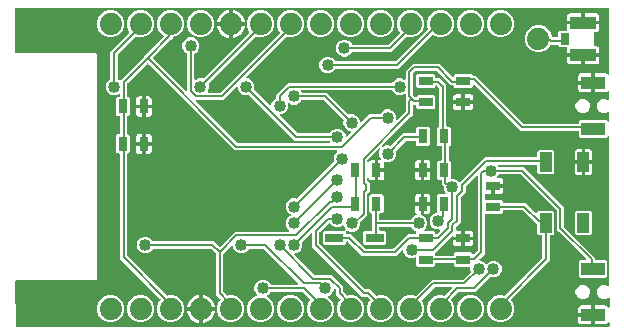
<source format=gbr>
G04 EAGLE Gerber RS-274X export*
G75*
%MOMM*%
%FSLAX34Y34*%
%LPD*%
%INTop Copper*%
%IPPOS*%
%AMOC8*
5,1,8,0,0,1.08239X$1,22.5*%
G01*
%ADD10R,1.600000X0.800000*%
%ADD11R,0.800000X1.200000*%
%ADD12R,1.200000X0.800000*%
%ADD13R,2.200000X1.050000*%
%ADD14R,0.800000X1.000000*%
%ADD15R,1.000000X1.651000*%
%ADD16R,2.000000X1.100000*%
%ADD17C,1.879600*%
%ADD18C,1.016000*%
%ADD19C,0.203200*%

G36*
X504111Y3744D02*
X504111Y3744D01*
X504132Y3742D01*
X504232Y3764D01*
X504334Y3780D01*
X504352Y3790D01*
X504372Y3795D01*
X504460Y3848D01*
X504551Y3896D01*
X504565Y3911D01*
X504583Y3921D01*
X504650Y4000D01*
X504720Y4074D01*
X504729Y4093D01*
X504743Y4109D01*
X504781Y4204D01*
X504824Y4297D01*
X504826Y4318D01*
X504834Y4337D01*
X504852Y4504D01*
X504846Y7198D01*
X504838Y7244D01*
X504840Y7291D01*
X504818Y7365D01*
X504806Y7440D01*
X504784Y7482D01*
X504770Y7527D01*
X504726Y7590D01*
X504690Y7658D01*
X504656Y7690D01*
X504629Y7728D01*
X504567Y7774D01*
X504512Y7826D01*
X504469Y7846D01*
X504431Y7874D01*
X504358Y7898D01*
X504288Y7930D01*
X504242Y7935D01*
X504197Y7949D01*
X504120Y7948D01*
X504044Y7956D01*
X503998Y7946D01*
X503951Y7945D01*
X503878Y7920D01*
X503804Y7903D01*
X503763Y7879D01*
X503719Y7863D01*
X503658Y7816D01*
X503593Y7777D01*
X503562Y7741D01*
X503525Y7712D01*
X503447Y7605D01*
X503433Y7590D01*
X503431Y7584D01*
X503426Y7577D01*
X503058Y6940D01*
X502585Y6467D01*
X502006Y6132D01*
X501359Y5959D01*
X492548Y5959D01*
X492548Y13238D01*
X492545Y13258D01*
X492547Y13277D01*
X492525Y13379D01*
X492508Y13481D01*
X492499Y13498D01*
X492495Y13518D01*
X492442Y13607D01*
X492393Y13698D01*
X492379Y13712D01*
X492369Y13729D01*
X492290Y13796D01*
X492215Y13867D01*
X492197Y13876D01*
X492182Y13889D01*
X492086Y13928D01*
X491992Y13971D01*
X491972Y13973D01*
X491954Y13981D01*
X491787Y13999D01*
X491024Y13999D01*
X491024Y14001D01*
X491787Y14001D01*
X491807Y14004D01*
X491826Y14002D01*
X491928Y14024D01*
X492030Y14041D01*
X492047Y14050D01*
X492067Y14054D01*
X492156Y14107D01*
X492247Y14156D01*
X492261Y14170D01*
X492278Y14180D01*
X492345Y14259D01*
X492416Y14334D01*
X492425Y14352D01*
X492438Y14367D01*
X492477Y14463D01*
X492520Y14557D01*
X492522Y14577D01*
X492530Y14595D01*
X492548Y14762D01*
X492548Y22041D01*
X501359Y22041D01*
X502006Y21868D01*
X502585Y21533D01*
X503058Y21060D01*
X503396Y20475D01*
X503427Y20437D01*
X503450Y20394D01*
X503504Y20343D01*
X503552Y20285D01*
X503593Y20259D01*
X503628Y20225D01*
X503697Y20194D01*
X503760Y20154D01*
X503807Y20142D01*
X503852Y20122D01*
X503926Y20114D01*
X503999Y20096D01*
X504048Y20101D01*
X504096Y20095D01*
X504169Y20111D01*
X504244Y20118D01*
X504289Y20138D01*
X504337Y20148D01*
X504401Y20187D01*
X504469Y20217D01*
X504505Y20250D01*
X504547Y20275D01*
X504596Y20332D01*
X504651Y20382D01*
X504675Y20425D01*
X504707Y20462D01*
X504735Y20532D01*
X504771Y20597D01*
X504780Y20645D01*
X504798Y20690D01*
X504812Y20816D01*
X504816Y20839D01*
X504815Y20846D01*
X504816Y20857D01*
X504801Y27897D01*
X504789Y27967D01*
X504788Y28038D01*
X504769Y28088D01*
X504761Y28140D01*
X504727Y28202D01*
X504703Y28269D01*
X504670Y28310D01*
X504645Y28357D01*
X504594Y28405D01*
X504549Y28461D01*
X504505Y28490D01*
X504467Y28526D01*
X504402Y28555D01*
X504343Y28594D01*
X504291Y28607D01*
X504243Y28629D01*
X504173Y28637D01*
X504104Y28654D01*
X504051Y28650D01*
X503999Y28656D01*
X503930Y28640D01*
X503859Y28635D01*
X503810Y28614D01*
X503758Y28603D01*
X503698Y28566D01*
X503632Y28538D01*
X503575Y28493D01*
X503548Y28476D01*
X503533Y28459D01*
X503501Y28434D01*
X503447Y28379D01*
X501227Y27459D01*
X498823Y27459D01*
X496603Y28379D01*
X494904Y30078D01*
X493984Y32298D01*
X493984Y34702D01*
X494904Y36922D01*
X496603Y38621D01*
X498823Y39541D01*
X501227Y39541D01*
X503447Y38621D01*
X503477Y38591D01*
X503536Y38548D01*
X503589Y38499D01*
X503635Y38477D01*
X503677Y38447D01*
X503746Y38426D01*
X503812Y38396D01*
X503863Y38390D01*
X503912Y38375D01*
X503984Y38377D01*
X504056Y38369D01*
X504106Y38380D01*
X504158Y38381D01*
X504226Y38406D01*
X504297Y38422D01*
X504341Y38448D01*
X504389Y38466D01*
X504445Y38511D01*
X504508Y38548D01*
X504541Y38587D01*
X504581Y38619D01*
X504620Y38680D01*
X504667Y38736D01*
X504686Y38783D01*
X504714Y38826D01*
X504732Y38897D01*
X504758Y38964D01*
X504766Y39034D01*
X504774Y39065D01*
X504772Y39089D01*
X504777Y39131D01*
X504503Y164817D01*
X504491Y164887D01*
X504489Y164957D01*
X504471Y165007D01*
X504462Y165059D01*
X504429Y165122D01*
X504405Y165188D01*
X504372Y165230D01*
X504347Y165276D01*
X504295Y165325D01*
X504251Y165380D01*
X504206Y165409D01*
X504168Y165445D01*
X504104Y165475D01*
X504044Y165513D01*
X503993Y165526D01*
X503945Y165549D01*
X503874Y165556D01*
X503806Y165574D01*
X503753Y165569D01*
X503700Y165575D01*
X503631Y165560D01*
X503560Y165554D01*
X503512Y165534D01*
X503460Y165522D01*
X503399Y165486D01*
X503334Y165458D01*
X503277Y165412D01*
X503249Y165396D01*
X503234Y165378D01*
X503203Y165353D01*
X501867Y164017D01*
X480183Y164017D01*
X478992Y165208D01*
X478992Y168910D01*
X478989Y168930D01*
X478991Y168949D01*
X478969Y169051D01*
X478953Y169153D01*
X478943Y169170D01*
X478939Y169190D01*
X478886Y169279D01*
X478837Y169370D01*
X478823Y169384D01*
X478813Y169401D01*
X478734Y169468D01*
X478659Y169540D01*
X478641Y169548D01*
X478626Y169561D01*
X478530Y169600D01*
X478436Y169643D01*
X478416Y169645D01*
X478398Y169653D01*
X478231Y169671D01*
X429521Y169671D01*
X390332Y208860D01*
X390274Y208902D01*
X390222Y208951D01*
X390175Y208973D01*
X390133Y209004D01*
X390064Y209025D01*
X389999Y209055D01*
X389947Y209061D01*
X389897Y209076D01*
X389826Y209074D01*
X389755Y209082D01*
X389704Y209071D01*
X389652Y209070D01*
X389584Y209045D01*
X389514Y209030D01*
X389469Y209003D01*
X389421Y208985D01*
X389365Y208940D01*
X389303Y208904D01*
X389269Y208864D01*
X389229Y208832D01*
X389190Y208771D01*
X389143Y208717D01*
X389124Y208668D01*
X389096Y208625D01*
X389078Y208555D01*
X389051Y208489D01*
X389043Y208417D01*
X389035Y208386D01*
X389037Y208363D01*
X389033Y208322D01*
X389033Y207358D01*
X387842Y206167D01*
X374158Y206167D01*
X372967Y207358D01*
X372967Y207518D01*
X372964Y207538D01*
X372966Y207557D01*
X372944Y207659D01*
X372928Y207761D01*
X372918Y207778D01*
X372914Y207798D01*
X372861Y207887D01*
X372812Y207978D01*
X372798Y207992D01*
X372788Y208009D01*
X372709Y208076D01*
X372634Y208148D01*
X372616Y208156D01*
X372601Y208169D01*
X372505Y208208D01*
X372411Y208251D01*
X372391Y208253D01*
X372373Y208261D01*
X372206Y208279D01*
X370593Y208279D01*
X358624Y220248D01*
X358550Y220301D01*
X358481Y220361D01*
X358451Y220373D01*
X358424Y220392D01*
X358337Y220419D01*
X358253Y220453D01*
X358212Y220457D01*
X358189Y220464D01*
X358157Y220463D01*
X358086Y220471D01*
X340922Y220471D01*
X340832Y220457D01*
X340741Y220449D01*
X340711Y220437D01*
X340679Y220432D01*
X340599Y220389D01*
X340515Y220353D01*
X340483Y220327D01*
X340462Y220316D01*
X340440Y220293D01*
X340384Y220248D01*
X338552Y218416D01*
X338499Y218342D01*
X338439Y218273D01*
X338427Y218243D01*
X338408Y218216D01*
X338381Y218129D01*
X338347Y218045D01*
X338343Y218004D01*
X338336Y217981D01*
X338337Y217949D01*
X338329Y217878D01*
X338329Y200714D01*
X338343Y200624D01*
X338351Y200533D01*
X338363Y200503D01*
X338368Y200471D01*
X338411Y200391D01*
X338447Y200307D01*
X338473Y200275D01*
X338484Y200254D01*
X338507Y200232D01*
X338552Y200176D01*
X339918Y198810D01*
X339976Y198768D01*
X340028Y198719D01*
X340075Y198697D01*
X340117Y198666D01*
X340186Y198645D01*
X340251Y198615D01*
X340303Y198609D01*
X340353Y198594D01*
X340424Y198596D01*
X340495Y198588D01*
X340546Y198599D01*
X340598Y198600D01*
X340666Y198625D01*
X340736Y198640D01*
X340781Y198667D01*
X340829Y198685D01*
X340885Y198730D01*
X340947Y198766D01*
X340981Y198806D01*
X341021Y198838D01*
X341035Y198860D01*
X342408Y200233D01*
X356092Y200233D01*
X357283Y199042D01*
X357283Y189358D01*
X356092Y188167D01*
X342408Y188167D01*
X341217Y189358D01*
X341217Y191262D01*
X341214Y191282D01*
X341216Y191301D01*
X341194Y191403D01*
X341178Y191505D01*
X341168Y191522D01*
X341164Y191542D01*
X341111Y191631D01*
X341062Y191722D01*
X341048Y191736D01*
X341038Y191753D01*
X340959Y191820D01*
X340884Y191892D01*
X340866Y191900D01*
X340851Y191913D01*
X340755Y191952D01*
X340661Y191995D01*
X340641Y191997D01*
X340623Y192005D01*
X340456Y192023D01*
X339090Y192023D01*
X339070Y192020D01*
X339051Y192022D01*
X338949Y192000D01*
X338847Y191984D01*
X338830Y191974D01*
X338810Y191970D01*
X338721Y191917D01*
X338630Y191868D01*
X338616Y191854D01*
X338599Y191844D01*
X338532Y191765D01*
X338460Y191690D01*
X338452Y191672D01*
X338439Y191657D01*
X338400Y191561D01*
X338357Y191467D01*
X338355Y191447D01*
X338347Y191429D01*
X338329Y191262D01*
X338329Y183649D01*
X336320Y181640D01*
X312450Y157771D01*
X312394Y157692D01*
X312331Y157617D01*
X312322Y157592D01*
X312307Y157571D01*
X312278Y157478D01*
X312243Y157387D01*
X312242Y157361D01*
X312234Y157336D01*
X312237Y157239D01*
X312233Y157141D01*
X312240Y157116D01*
X312241Y157090D01*
X312274Y156998D01*
X312301Y156905D01*
X312316Y156884D01*
X312325Y156859D01*
X312386Y156783D01*
X312442Y156703D01*
X312463Y156687D01*
X312479Y156667D01*
X312561Y156614D01*
X312639Y156556D01*
X312664Y156548D01*
X312686Y156534D01*
X312780Y156510D01*
X312873Y156480D01*
X312899Y156480D01*
X312924Y156474D01*
X313021Y156481D01*
X313119Y156482D01*
X313150Y156492D01*
X313170Y156493D01*
X313200Y156506D01*
X313280Y156529D01*
X315577Y157481D01*
X318407Y157481D01*
X318917Y157269D01*
X319030Y157243D01*
X319144Y157214D01*
X319151Y157215D01*
X319157Y157213D01*
X319273Y157224D01*
X319389Y157233D01*
X319395Y157236D01*
X319401Y157236D01*
X319509Y157284D01*
X319616Y157330D01*
X319622Y157334D01*
X319626Y157336D01*
X319640Y157349D01*
X319747Y157434D01*
X329953Y167641D01*
X339806Y167641D01*
X339826Y167644D01*
X339845Y167642D01*
X339947Y167664D01*
X340049Y167680D01*
X340066Y167690D01*
X340086Y167694D01*
X340175Y167747D01*
X340266Y167796D01*
X340280Y167810D01*
X340297Y167820D01*
X340364Y167899D01*
X340436Y167974D01*
X340444Y167992D01*
X340457Y168007D01*
X340496Y168103D01*
X340539Y168197D01*
X340541Y168217D01*
X340549Y168235D01*
X340567Y168402D01*
X340567Y171942D01*
X341758Y173133D01*
X351442Y173133D01*
X352633Y171942D01*
X352633Y158258D01*
X351442Y157067D01*
X341758Y157067D01*
X340567Y158258D01*
X340567Y160782D01*
X340564Y160802D01*
X340566Y160821D01*
X340544Y160923D01*
X340528Y161025D01*
X340518Y161042D01*
X340514Y161062D01*
X340461Y161151D01*
X340412Y161242D01*
X340398Y161256D01*
X340388Y161273D01*
X340309Y161340D01*
X340234Y161412D01*
X340216Y161420D01*
X340201Y161433D01*
X340105Y161472D01*
X340011Y161515D01*
X339991Y161517D01*
X339973Y161525D01*
X339806Y161543D01*
X332794Y161543D01*
X332704Y161529D01*
X332613Y161521D01*
X332583Y161509D01*
X332551Y161504D01*
X332471Y161461D01*
X332387Y161425D01*
X332355Y161399D01*
X332334Y161388D01*
X332312Y161365D01*
X332256Y161320D01*
X324058Y153123D01*
X323990Y153027D01*
X323920Y152934D01*
X323918Y152928D01*
X323915Y152923D01*
X323880Y152811D01*
X323844Y152700D01*
X323844Y152694D01*
X323842Y152688D01*
X323845Y152571D01*
X323847Y152454D01*
X323849Y152447D01*
X323849Y152442D01*
X323855Y152425D01*
X323893Y152293D01*
X324105Y151783D01*
X324105Y148953D01*
X323022Y146339D01*
X321021Y144338D01*
X318407Y143255D01*
X315577Y143255D01*
X315043Y143476D01*
X314999Y143487D01*
X314957Y143506D01*
X314880Y143515D01*
X314804Y143533D01*
X314758Y143528D01*
X314713Y143533D01*
X314636Y143517D01*
X314559Y143510D01*
X314517Y143491D01*
X314472Y143481D01*
X314405Y143441D01*
X314334Y143410D01*
X314300Y143378D01*
X314261Y143355D01*
X314210Y143296D01*
X314153Y143243D01*
X314131Y143203D01*
X314101Y143168D01*
X314072Y143096D01*
X314035Y143028D01*
X314026Y142983D01*
X314009Y142940D01*
X313994Y142804D01*
X313991Y142786D01*
X313992Y142781D01*
X313991Y142773D01*
X313991Y138048D01*
X308973Y138048D01*
X308973Y145066D01*
X310398Y145066D01*
X310468Y145077D01*
X310540Y145079D01*
X310589Y145097D01*
X310640Y145105D01*
X310704Y145139D01*
X310771Y145164D01*
X310812Y145196D01*
X310858Y145221D01*
X310907Y145273D01*
X310963Y145317D01*
X310991Y145361D01*
X311027Y145399D01*
X311057Y145464D01*
X311096Y145524D01*
X311109Y145575D01*
X311131Y145622D01*
X311139Y145693D01*
X311156Y145763D01*
X311152Y145815D01*
X311158Y145866D01*
X311143Y145937D01*
X311137Y146008D01*
X311117Y146056D01*
X311106Y146107D01*
X311069Y146168D01*
X311041Y146234D01*
X310996Y146290D01*
X310979Y146318D01*
X310966Y146329D01*
X309879Y148953D01*
X309879Y151783D01*
X310831Y154080D01*
X310853Y154175D01*
X310882Y154268D01*
X310881Y154294D01*
X310887Y154320D01*
X310878Y154416D01*
X310875Y154514D01*
X310866Y154538D01*
X310864Y154564D01*
X310824Y154653D01*
X310791Y154745D01*
X310775Y154765D01*
X310764Y154789D01*
X310698Y154861D01*
X310637Y154937D01*
X310615Y154951D01*
X310598Y154970D01*
X310512Y155017D01*
X310430Y155070D01*
X310405Y155076D01*
X310382Y155089D01*
X310286Y155106D01*
X310192Y155130D01*
X310166Y155128D01*
X310140Y155133D01*
X310043Y155118D01*
X309947Y155111D01*
X309923Y155101D01*
X309897Y155097D01*
X309810Y155053D01*
X309720Y155015D01*
X309695Y154994D01*
X309677Y154985D01*
X309654Y154962D01*
X309589Y154910D01*
X299944Y145264D01*
X299891Y145190D01*
X299831Y145121D01*
X299819Y145091D01*
X299800Y145064D01*
X299773Y144977D01*
X299739Y144893D01*
X299735Y144852D01*
X299728Y144829D01*
X299729Y144797D01*
X299721Y144726D01*
X299721Y143988D01*
X299728Y143941D01*
X299727Y143893D01*
X299748Y143820D01*
X299760Y143745D01*
X299783Y143703D01*
X299797Y143657D01*
X299840Y143595D01*
X299876Y143528D01*
X299910Y143495D01*
X299938Y143456D01*
X299999Y143411D01*
X300054Y143359D01*
X300097Y143338D01*
X300136Y143310D01*
X300208Y143287D01*
X300277Y143255D01*
X300325Y143250D01*
X300370Y143235D01*
X300446Y143236D01*
X300521Y143228D01*
X300568Y143238D01*
X300616Y143239D01*
X300688Y143264D01*
X300762Y143280D01*
X300803Y143305D01*
X300848Y143321D01*
X300908Y143368D01*
X300973Y143406D01*
X301004Y143443D01*
X301042Y143472D01*
X301118Y143576D01*
X301133Y143593D01*
X301135Y143600D01*
X301141Y143608D01*
X301417Y144085D01*
X301890Y144558D01*
X302469Y144893D01*
X303116Y145066D01*
X305927Y145066D01*
X305927Y137287D01*
X305930Y137267D01*
X305928Y137248D01*
X305950Y137146D01*
X305967Y137044D01*
X305976Y137027D01*
X305980Y137007D01*
X306033Y136918D01*
X306082Y136827D01*
X306096Y136813D01*
X306106Y136796D01*
X306185Y136729D01*
X306260Y136658D01*
X306278Y136649D01*
X306293Y136636D01*
X306389Y136597D01*
X306483Y136554D01*
X306503Y136552D01*
X306521Y136544D01*
X306688Y136526D01*
X307451Y136526D01*
X307451Y136524D01*
X306688Y136524D01*
X306668Y136521D01*
X306649Y136523D01*
X306547Y136501D01*
X306445Y136484D01*
X306428Y136475D01*
X306408Y136471D01*
X306319Y136418D01*
X306228Y136369D01*
X306214Y136355D01*
X306197Y136345D01*
X306130Y136266D01*
X306059Y136191D01*
X306050Y136173D01*
X306037Y136158D01*
X305998Y136062D01*
X305955Y135968D01*
X305953Y135948D01*
X305945Y135930D01*
X305927Y135763D01*
X305927Y127984D01*
X303116Y127984D01*
X302469Y128157D01*
X301890Y128492D01*
X301417Y128965D01*
X301141Y129442D01*
X301111Y129480D01*
X301088Y129522D01*
X301034Y129574D01*
X300985Y129633D01*
X300945Y129658D01*
X300910Y129691D01*
X300841Y129723D01*
X300777Y129764D01*
X300731Y129775D01*
X300687Y129795D01*
X300612Y129803D01*
X300538Y129821D01*
X300490Y129817D01*
X300443Y129822D01*
X300368Y129806D01*
X300293Y129799D01*
X300249Y129780D01*
X300202Y129770D01*
X300137Y129731D01*
X300068Y129700D01*
X300032Y129668D01*
X299991Y129644D01*
X299942Y129586D01*
X299886Y129535D01*
X299862Y129493D01*
X299831Y129457D01*
X299803Y129386D01*
X299766Y129320D01*
X299757Y129273D01*
X299739Y129229D01*
X299725Y129100D01*
X299721Y129078D01*
X299722Y129072D01*
X299721Y129062D01*
X299721Y127562D01*
X299735Y127472D01*
X299743Y127381D01*
X299755Y127351D01*
X299760Y127319D01*
X299803Y127239D01*
X299839Y127155D01*
X299865Y127123D01*
X299876Y127102D01*
X299899Y127080D01*
X299944Y127024D01*
X301753Y125215D01*
X301753Y118625D01*
X299944Y116816D01*
X299891Y116742D01*
X299831Y116673D01*
X299819Y116643D01*
X299800Y116616D01*
X299773Y116529D01*
X299739Y116445D01*
X299735Y116404D01*
X299728Y116381D01*
X299729Y116349D01*
X299721Y116278D01*
X299721Y98305D01*
X293848Y92432D01*
X293795Y92358D01*
X293735Y92289D01*
X293723Y92259D01*
X293704Y92232D01*
X293677Y92145D01*
X293643Y92061D01*
X293639Y92020D01*
X293632Y91997D01*
X293633Y91965D01*
X293625Y91894D01*
X293625Y90025D01*
X292542Y87411D01*
X290541Y85410D01*
X287927Y84327D01*
X285097Y84327D01*
X283010Y85192D01*
X282966Y85202D01*
X282924Y85222D01*
X282847Y85230D01*
X282771Y85248D01*
X282725Y85244D01*
X282680Y85249D01*
X282603Y85232D01*
X282526Y85225D01*
X282484Y85206D01*
X282439Y85196D01*
X282372Y85156D01*
X282301Y85125D01*
X282267Y85094D01*
X282228Y85070D01*
X282177Y85011D01*
X282120Y84958D01*
X282098Y84918D01*
X282068Y84883D01*
X282039Y84811D01*
X282002Y84743D01*
X281993Y84698D01*
X281976Y84655D01*
X281961Y84519D01*
X281958Y84501D01*
X281959Y84496D01*
X281958Y84488D01*
X281958Y83058D01*
X281961Y83038D01*
X281959Y83019D01*
X281981Y82917D01*
X281997Y82815D01*
X282007Y82798D01*
X282011Y82778D01*
X282064Y82689D01*
X282113Y82598D01*
X282127Y82584D01*
X282137Y82567D01*
X282216Y82500D01*
X282291Y82428D01*
X282309Y82420D01*
X282324Y82407D01*
X282420Y82368D01*
X282514Y82325D01*
X282534Y82323D01*
X282552Y82315D01*
X282719Y82297D01*
X285743Y82297D01*
X297712Y70328D01*
X297786Y70275D01*
X297855Y70215D01*
X297885Y70203D01*
X297912Y70184D01*
X297999Y70157D01*
X298083Y70123D01*
X298124Y70119D01*
X298147Y70112D01*
X298179Y70113D01*
X298250Y70105D01*
X321510Y70105D01*
X321600Y70119D01*
X321691Y70127D01*
X321721Y70139D01*
X321753Y70144D01*
X321833Y70187D01*
X321917Y70223D01*
X321949Y70249D01*
X321970Y70260D01*
X321992Y70283D01*
X322048Y70328D01*
X334017Y82297D01*
X340456Y82297D01*
X340476Y82300D01*
X340495Y82298D01*
X340597Y82320D01*
X340699Y82336D01*
X340716Y82346D01*
X340736Y82350D01*
X340825Y82403D01*
X340916Y82452D01*
X340930Y82466D01*
X340947Y82476D01*
X341014Y82555D01*
X341086Y82630D01*
X341094Y82648D01*
X341107Y82663D01*
X341146Y82759D01*
X341189Y82853D01*
X341191Y82873D01*
X341199Y82891D01*
X341217Y83058D01*
X341217Y83743D01*
X341232Y83763D01*
X341245Y83806D01*
X341267Y83847D01*
X341281Y83923D01*
X341304Y83998D01*
X341303Y84044D01*
X341311Y84089D01*
X341300Y84166D01*
X341298Y84244D01*
X341282Y84287D01*
X341275Y84332D01*
X341240Y84401D01*
X341213Y84475D01*
X341185Y84510D01*
X341164Y84551D01*
X341108Y84606D01*
X341060Y84667D01*
X341021Y84691D01*
X340988Y84724D01*
X340868Y84790D01*
X340853Y84800D01*
X340848Y84801D01*
X340841Y84804D01*
X339379Y85410D01*
X337378Y87411D01*
X337167Y87921D01*
X337105Y88021D01*
X337045Y88121D01*
X337040Y88125D01*
X337037Y88130D01*
X336947Y88205D01*
X336858Y88281D01*
X336852Y88283D01*
X336848Y88287D01*
X336739Y88329D01*
X336630Y88373D01*
X336623Y88374D01*
X336618Y88375D01*
X336600Y88376D01*
X336463Y88391D01*
X310642Y88391D01*
X310622Y88388D01*
X310603Y88390D01*
X310501Y88368D01*
X310399Y88352D01*
X310382Y88342D01*
X310362Y88338D01*
X310273Y88285D01*
X310182Y88236D01*
X310168Y88222D01*
X310151Y88212D01*
X310084Y88133D01*
X310012Y88058D01*
X310004Y88040D01*
X309991Y88025D01*
X309952Y87929D01*
X309909Y87835D01*
X309907Y87815D01*
X309899Y87797D01*
X309881Y87630D01*
X309881Y86169D01*
X309884Y86149D01*
X309882Y86130D01*
X309904Y86028D01*
X309920Y85926D01*
X309930Y85909D01*
X309934Y85889D01*
X309987Y85800D01*
X310036Y85709D01*
X310050Y85695D01*
X310060Y85678D01*
X310139Y85611D01*
X310214Y85539D01*
X310232Y85531D01*
X310247Y85518D01*
X310343Y85479D01*
X310437Y85436D01*
X310457Y85434D01*
X310475Y85426D01*
X310642Y85408D01*
X314767Y85408D01*
X315958Y84217D01*
X315958Y74533D01*
X314767Y73342D01*
X297083Y73342D01*
X295892Y74533D01*
X295892Y84217D01*
X297083Y85408D01*
X303022Y85408D01*
X303042Y85411D01*
X303061Y85409D01*
X303163Y85431D01*
X303265Y85447D01*
X303282Y85457D01*
X303302Y85461D01*
X303391Y85514D01*
X303482Y85563D01*
X303496Y85577D01*
X303513Y85587D01*
X303580Y85666D01*
X303652Y85741D01*
X303660Y85759D01*
X303673Y85774D01*
X303712Y85870D01*
X303755Y85964D01*
X303757Y85984D01*
X303765Y86002D01*
X303783Y86169D01*
X303783Y99156D01*
X303780Y99176D01*
X303782Y99195D01*
X303760Y99297D01*
X303744Y99399D01*
X303734Y99416D01*
X303730Y99436D01*
X303677Y99525D01*
X303628Y99616D01*
X303614Y99630D01*
X303604Y99647D01*
X303525Y99714D01*
X303450Y99786D01*
X303432Y99794D01*
X303417Y99807D01*
X303321Y99846D01*
X303227Y99889D01*
X303207Y99891D01*
X303189Y99899D01*
X303022Y99917D01*
X302608Y99917D01*
X301417Y101108D01*
X301417Y114792D01*
X302608Y115983D01*
X312292Y115983D01*
X313483Y114792D01*
X313483Y101108D01*
X312292Y99917D01*
X310642Y99917D01*
X310622Y99914D01*
X310603Y99916D01*
X310501Y99894D01*
X310399Y99878D01*
X310382Y99868D01*
X310362Y99864D01*
X310273Y99811D01*
X310182Y99762D01*
X310168Y99748D01*
X310151Y99738D01*
X310084Y99659D01*
X310012Y99584D01*
X310004Y99566D01*
X309991Y99551D01*
X309952Y99455D01*
X309909Y99361D01*
X309907Y99341D01*
X309899Y99323D01*
X309881Y99156D01*
X309881Y95250D01*
X309884Y95230D01*
X309882Y95211D01*
X309904Y95109D01*
X309920Y95007D01*
X309930Y94990D01*
X309934Y94970D01*
X309987Y94881D01*
X310036Y94790D01*
X310050Y94776D01*
X310060Y94759D01*
X310139Y94692D01*
X310214Y94620D01*
X310232Y94612D01*
X310247Y94599D01*
X310343Y94560D01*
X310437Y94517D01*
X310457Y94515D01*
X310475Y94507D01*
X310642Y94489D01*
X336463Y94489D01*
X336578Y94508D01*
X336694Y94525D01*
X336700Y94527D01*
X336706Y94528D01*
X336808Y94583D01*
X336914Y94636D01*
X336918Y94641D01*
X336924Y94644D01*
X337003Y94728D01*
X337086Y94812D01*
X337089Y94818D01*
X337093Y94822D01*
X337101Y94839D01*
X337167Y94959D01*
X337378Y95469D01*
X339379Y97470D01*
X341388Y98302D01*
X341407Y98314D01*
X341428Y98320D01*
X341511Y98378D01*
X341597Y98432D01*
X341611Y98449D01*
X341629Y98461D01*
X341689Y98543D01*
X341754Y98621D01*
X341762Y98642D01*
X341775Y98659D01*
X341806Y98756D01*
X341842Y98851D01*
X341843Y98873D01*
X341850Y98894D01*
X341848Y98995D01*
X341852Y99096D01*
X341846Y99118D01*
X341846Y99140D01*
X341812Y99235D01*
X341784Y99333D01*
X341771Y99351D01*
X341764Y99371D01*
X341701Y99451D01*
X341643Y99535D01*
X341626Y99548D01*
X341612Y99565D01*
X341477Y99665D01*
X341040Y99917D01*
X340567Y100390D01*
X340232Y100969D01*
X340059Y101616D01*
X340059Y106427D01*
X345077Y106427D01*
X345077Y98956D01*
X345096Y98841D01*
X345113Y98725D01*
X345116Y98720D01*
X345117Y98713D01*
X345171Y98611D01*
X345224Y98506D01*
X345229Y98502D01*
X345232Y98496D01*
X345316Y98416D01*
X345400Y98334D01*
X345406Y98330D01*
X345410Y98327D01*
X345427Y98319D01*
X345547Y98253D01*
X347437Y97470D01*
X349438Y95469D01*
X350521Y92855D01*
X350521Y90025D01*
X349438Y87411D01*
X348209Y86182D01*
X348167Y86124D01*
X348118Y86072D01*
X348096Y86025D01*
X348066Y85983D01*
X348045Y85914D01*
X348014Y85849D01*
X348009Y85797D01*
X347993Y85747D01*
X347995Y85676D01*
X347987Y85605D01*
X347998Y85554D01*
X348000Y85502D01*
X348024Y85434D01*
X348039Y85364D01*
X348066Y85319D01*
X348084Y85271D01*
X348129Y85215D01*
X348166Y85153D01*
X348205Y85119D01*
X348238Y85079D01*
X348298Y85040D01*
X348353Y84993D01*
X348401Y84974D01*
X348445Y84946D01*
X348514Y84928D01*
X348581Y84901D01*
X348652Y84893D01*
X348683Y84885D01*
X348707Y84887D01*
X348747Y84883D01*
X356092Y84883D01*
X357283Y83692D01*
X357283Y83058D01*
X357286Y83038D01*
X357284Y83019D01*
X357306Y82917D01*
X357322Y82815D01*
X357332Y82798D01*
X357336Y82778D01*
X357389Y82689D01*
X357438Y82598D01*
X357452Y82584D01*
X357462Y82567D01*
X357541Y82500D01*
X357616Y82428D01*
X357634Y82420D01*
X357649Y82407D01*
X357745Y82368D01*
X357839Y82325D01*
X357859Y82323D01*
X357877Y82315D01*
X358044Y82297D01*
X358086Y82297D01*
X358176Y82311D01*
X358267Y82319D01*
X358297Y82331D01*
X358329Y82336D01*
X358409Y82379D01*
X358493Y82415D01*
X358525Y82441D01*
X358546Y82452D01*
X358568Y82475D01*
X358624Y82520D01*
X361164Y85060D01*
X361206Y85118D01*
X361255Y85170D01*
X361277Y85217D01*
X361308Y85259D01*
X361329Y85328D01*
X361359Y85393D01*
X361365Y85445D01*
X361380Y85495D01*
X361378Y85566D01*
X361386Y85637D01*
X361375Y85688D01*
X361374Y85740D01*
X361349Y85808D01*
X361334Y85878D01*
X361307Y85923D01*
X361289Y85971D01*
X361244Y86027D01*
X361208Y86089D01*
X361168Y86123D01*
X361136Y86163D01*
X361075Y86202D01*
X361021Y86249D01*
X360972Y86268D01*
X360929Y86296D01*
X360859Y86314D01*
X360793Y86341D01*
X360721Y86349D01*
X360690Y86357D01*
X360667Y86355D01*
X360626Y86359D01*
X358249Y86359D01*
X355635Y87442D01*
X353634Y89443D01*
X352551Y92057D01*
X352551Y94887D01*
X353634Y97501D01*
X355635Y99502D01*
X358097Y100522D01*
X358197Y100584D01*
X358297Y100643D01*
X358301Y100648D01*
X358306Y100651D01*
X358381Y100742D01*
X358457Y100830D01*
X358459Y100836D01*
X358463Y100841D01*
X358505Y100949D01*
X358549Y101058D01*
X358550Y101066D01*
X358551Y101071D01*
X358552Y101089D01*
X358567Y101225D01*
X358567Y114792D01*
X359758Y115983D01*
X365897Y115983D01*
X365967Y115994D01*
X366039Y115996D01*
X366088Y116014D01*
X366139Y116022D01*
X366203Y116056D01*
X366270Y116081D01*
X366311Y116113D01*
X366357Y116138D01*
X366406Y116190D01*
X366462Y116234D01*
X366490Y116278D01*
X366526Y116316D01*
X366556Y116381D01*
X366595Y116441D01*
X366608Y116492D01*
X366630Y116539D01*
X366638Y116610D01*
X366655Y116680D01*
X366651Y116732D01*
X366657Y116783D01*
X366642Y116854D01*
X366636Y116925D01*
X366616Y116973D01*
X366605Y117024D01*
X366568Y117085D01*
X366540Y117151D01*
X366495Y117207D01*
X366478Y117235D01*
X366461Y117250D01*
X366435Y117282D01*
X365826Y117891D01*
X364743Y120505D01*
X364743Y122374D01*
X364729Y122464D01*
X364721Y122555D01*
X364709Y122585D01*
X364704Y122617D01*
X364661Y122697D01*
X364625Y122781D01*
X364599Y122813D01*
X364588Y122834D01*
X364565Y122856D01*
X364520Y122912D01*
X362711Y124721D01*
X362711Y127731D01*
X362708Y127751D01*
X362710Y127770D01*
X362688Y127872D01*
X362672Y127974D01*
X362662Y127991D01*
X362658Y128011D01*
X362605Y128100D01*
X362556Y128191D01*
X362542Y128205D01*
X362532Y128222D01*
X362453Y128289D01*
X362378Y128361D01*
X362360Y128369D01*
X362345Y128382D01*
X362249Y128421D01*
X362155Y128464D01*
X362135Y128466D01*
X362117Y128474D01*
X361950Y128492D01*
X359758Y128492D01*
X358567Y129683D01*
X358567Y143367D01*
X359758Y144558D01*
X361950Y144558D01*
X361970Y144561D01*
X361989Y144559D01*
X362091Y144581D01*
X362193Y144597D01*
X362210Y144607D01*
X362230Y144611D01*
X362319Y144664D01*
X362410Y144713D01*
X362424Y144727D01*
X362441Y144737D01*
X362508Y144816D01*
X362580Y144891D01*
X362588Y144909D01*
X362601Y144924D01*
X362640Y145020D01*
X362683Y145114D01*
X362685Y145134D01*
X362693Y145152D01*
X362711Y145319D01*
X362711Y156306D01*
X362708Y156326D01*
X362710Y156345D01*
X362688Y156447D01*
X362672Y156549D01*
X362662Y156566D01*
X362658Y156586D01*
X362605Y156675D01*
X362556Y156766D01*
X362542Y156780D01*
X362532Y156797D01*
X362453Y156864D01*
X362378Y156936D01*
X362360Y156944D01*
X362345Y156957D01*
X362249Y156996D01*
X362155Y157039D01*
X362135Y157041D01*
X362117Y157049D01*
X361950Y157067D01*
X359758Y157067D01*
X358567Y158258D01*
X358567Y171942D01*
X359758Y173133D01*
X359918Y173133D01*
X359938Y173136D01*
X359957Y173134D01*
X360059Y173156D01*
X360161Y173172D01*
X360178Y173182D01*
X360198Y173186D01*
X360287Y173239D01*
X360378Y173288D01*
X360392Y173302D01*
X360409Y173312D01*
X360476Y173391D01*
X360548Y173466D01*
X360556Y173484D01*
X360569Y173499D01*
X360608Y173595D01*
X360651Y173689D01*
X360653Y173709D01*
X360661Y173727D01*
X360679Y173894D01*
X360679Y205686D01*
X360665Y205776D01*
X360657Y205867D01*
X360645Y205897D01*
X360640Y205929D01*
X360597Y206009D01*
X360561Y206093D01*
X360535Y206125D01*
X360524Y206146D01*
X360501Y206168D01*
X360456Y206224D01*
X358624Y208056D01*
X358550Y208109D01*
X358481Y208169D01*
X358451Y208181D01*
X358424Y208200D01*
X358337Y208227D01*
X358253Y208261D01*
X358212Y208265D01*
X358189Y208272D01*
X358157Y208271D01*
X358086Y208279D01*
X358044Y208279D01*
X358024Y208276D01*
X358005Y208278D01*
X357948Y208266D01*
X357943Y208266D01*
X357937Y208264D01*
X357903Y208256D01*
X357801Y208240D01*
X357784Y208230D01*
X357764Y208226D01*
X357675Y208173D01*
X357584Y208124D01*
X357570Y208110D01*
X357553Y208100D01*
X357486Y208021D01*
X357414Y207946D01*
X357406Y207928D01*
X357393Y207913D01*
X357354Y207817D01*
X357311Y207723D01*
X357309Y207703D01*
X357301Y207685D01*
X357283Y207518D01*
X357283Y207358D01*
X356092Y206167D01*
X342408Y206167D01*
X341217Y207358D01*
X341217Y217042D01*
X342408Y218233D01*
X356092Y218233D01*
X357283Y217042D01*
X357283Y215138D01*
X357286Y215118D01*
X357284Y215099D01*
X357306Y214997D01*
X357322Y214895D01*
X357332Y214878D01*
X357336Y214858D01*
X357389Y214769D01*
X357438Y214678D01*
X357452Y214664D01*
X357462Y214647D01*
X357541Y214580D01*
X357616Y214508D01*
X357634Y214500D01*
X357649Y214487D01*
X357745Y214448D01*
X357839Y214405D01*
X357859Y214403D01*
X357877Y214395D01*
X358044Y214377D01*
X360927Y214377D01*
X366777Y208527D01*
X366777Y173894D01*
X366780Y173874D01*
X366778Y173855D01*
X366800Y173753D01*
X366816Y173651D01*
X366826Y173634D01*
X366830Y173614D01*
X366883Y173525D01*
X366932Y173434D01*
X366946Y173420D01*
X366956Y173403D01*
X367035Y173336D01*
X367110Y173264D01*
X367128Y173256D01*
X367143Y173243D01*
X367239Y173204D01*
X367333Y173161D01*
X367353Y173159D01*
X367371Y173151D01*
X367538Y173133D01*
X369442Y173133D01*
X370633Y171942D01*
X370633Y158258D01*
X369417Y157042D01*
X369327Y157028D01*
X369310Y157018D01*
X369290Y157014D01*
X369201Y156961D01*
X369110Y156912D01*
X369096Y156898D01*
X369079Y156888D01*
X369012Y156809D01*
X368940Y156734D01*
X368932Y156716D01*
X368919Y156701D01*
X368880Y156605D01*
X368837Y156511D01*
X368835Y156491D01*
X368827Y156473D01*
X368809Y156306D01*
X368809Y145319D01*
X368811Y145305D01*
X368810Y145294D01*
X368811Y145289D01*
X368810Y145280D01*
X368832Y145178D01*
X368848Y145076D01*
X368858Y145059D01*
X368862Y145039D01*
X368915Y144950D01*
X368964Y144859D01*
X368978Y144845D01*
X368988Y144828D01*
X369067Y144761D01*
X369142Y144689D01*
X369160Y144681D01*
X369175Y144668D01*
X369271Y144629D01*
X369365Y144586D01*
X369385Y144584D01*
X369403Y144576D01*
X369426Y144574D01*
X370633Y143367D01*
X370633Y129794D01*
X370636Y129774D01*
X370634Y129755D01*
X370656Y129653D01*
X370672Y129551D01*
X370682Y129534D01*
X370686Y129514D01*
X370739Y129425D01*
X370788Y129334D01*
X370802Y129320D01*
X370812Y129303D01*
X370891Y129236D01*
X370966Y129164D01*
X370984Y129156D01*
X370999Y129143D01*
X371095Y129104D01*
X371189Y129061D01*
X371209Y129059D01*
X371227Y129051D01*
X371394Y129033D01*
X373271Y129033D01*
X375885Y127950D01*
X377239Y126596D01*
X377256Y126584D01*
X377268Y126568D01*
X377355Y126512D01*
X377439Y126452D01*
X377458Y126446D01*
X377475Y126435D01*
X377575Y126410D01*
X377674Y126380D01*
X377694Y126380D01*
X377713Y126375D01*
X377816Y126383D01*
X377920Y126386D01*
X377939Y126393D01*
X377959Y126394D01*
X378054Y126435D01*
X378151Y126470D01*
X378167Y126483D01*
X378185Y126491D01*
X378316Y126596D01*
X399041Y147321D01*
X442931Y147321D01*
X442951Y147324D01*
X442970Y147322D01*
X443072Y147344D01*
X443174Y147360D01*
X443191Y147370D01*
X443211Y147374D01*
X443300Y147427D01*
X443391Y147476D01*
X443405Y147490D01*
X443422Y147500D01*
X443489Y147579D01*
X443561Y147654D01*
X443569Y147672D01*
X443582Y147687D01*
X443621Y147783D01*
X443664Y147877D01*
X443666Y147897D01*
X443674Y147915D01*
X443692Y148082D01*
X443692Y152342D01*
X444883Y153533D01*
X456567Y153533D01*
X457758Y152342D01*
X457758Y134148D01*
X456567Y132957D01*
X444883Y132957D01*
X443692Y134148D01*
X443692Y140462D01*
X443689Y140482D01*
X443691Y140501D01*
X443669Y140603D01*
X443653Y140705D01*
X443643Y140722D01*
X443639Y140742D01*
X443586Y140831D01*
X443537Y140922D01*
X443523Y140936D01*
X443513Y140953D01*
X443434Y141020D01*
X443359Y141092D01*
X443341Y141100D01*
X443326Y141113D01*
X443230Y141152D01*
X443136Y141195D01*
X443116Y141197D01*
X443098Y141205D01*
X442931Y141223D01*
X411102Y141223D01*
X411057Y141216D01*
X411011Y141218D01*
X410936Y141196D01*
X410859Y141184D01*
X410819Y141162D01*
X410775Y141149D01*
X410711Y141105D01*
X410642Y141068D01*
X410610Y141035D01*
X410573Y141009D01*
X410526Y140946D01*
X410473Y140890D01*
X410453Y140848D01*
X410426Y140812D01*
X410402Y140738D01*
X410369Y140667D01*
X410364Y140621D01*
X410350Y140578D01*
X410350Y140500D01*
X410342Y140423D01*
X410352Y140378D01*
X410352Y140332D01*
X410390Y140200D01*
X410394Y140182D01*
X410397Y140178D01*
X410399Y140171D01*
X410609Y139663D01*
X410671Y139563D01*
X410731Y139463D01*
X410736Y139459D01*
X410739Y139454D01*
X410829Y139379D01*
X410918Y139303D01*
X410924Y139301D01*
X410928Y139297D01*
X411036Y139255D01*
X411146Y139211D01*
X411153Y139210D01*
X411158Y139209D01*
X411176Y139208D01*
X411313Y139193D01*
X432047Y139193D01*
X466345Y104895D01*
X466345Y88954D01*
X466359Y88864D01*
X466367Y88773D01*
X466379Y88743D01*
X466384Y88711D01*
X466427Y88631D01*
X466463Y88547D01*
X466489Y88515D01*
X466500Y88494D01*
X466523Y88472D01*
X466568Y88416D01*
X492761Y62223D01*
X492761Y61294D01*
X492764Y61274D01*
X492762Y61255D01*
X492784Y61153D01*
X492800Y61051D01*
X492810Y61034D01*
X492814Y61014D01*
X492867Y60925D01*
X492916Y60834D01*
X492930Y60820D01*
X492940Y60803D01*
X493019Y60736D01*
X493094Y60664D01*
X493112Y60656D01*
X493127Y60643D01*
X493223Y60604D01*
X493317Y60561D01*
X493337Y60559D01*
X493355Y60551D01*
X493522Y60533D01*
X501867Y60533D01*
X503058Y59342D01*
X503058Y46658D01*
X501867Y45467D01*
X480183Y45467D01*
X478992Y46658D01*
X478992Y59342D01*
X480183Y60533D01*
X483990Y60533D01*
X484061Y60544D01*
X484132Y60546D01*
X484181Y60564D01*
X484233Y60572D01*
X484296Y60606D01*
X484363Y60631D01*
X484404Y60663D01*
X484450Y60688D01*
X484499Y60740D01*
X484555Y60784D01*
X484584Y60828D01*
X484619Y60866D01*
X484650Y60931D01*
X484688Y60991D01*
X484701Y61042D01*
X484723Y61089D01*
X484731Y61160D01*
X484748Y61230D01*
X484744Y61282D01*
X484750Y61333D01*
X484735Y61404D01*
X484729Y61475D01*
X484709Y61523D01*
X484698Y61574D01*
X484661Y61635D01*
X484633Y61701D01*
X484588Y61757D01*
X484572Y61785D01*
X484554Y61800D01*
X484528Y61832D01*
X462256Y84104D01*
X460247Y86113D01*
X460247Y102054D01*
X460233Y102144D01*
X460225Y102235D01*
X460213Y102265D01*
X460208Y102297D01*
X460165Y102377D01*
X460129Y102461D01*
X460103Y102493D01*
X460092Y102514D01*
X460069Y102536D01*
X460024Y102592D01*
X429744Y132872D01*
X429670Y132925D01*
X429601Y132985D01*
X429571Y132997D01*
X429544Y133016D01*
X429457Y133043D01*
X429373Y133077D01*
X429332Y133081D01*
X429309Y133088D01*
X429277Y133087D01*
X429206Y133095D01*
X411313Y133095D01*
X411198Y133076D01*
X411082Y133059D01*
X411076Y133057D01*
X411070Y133056D01*
X410968Y133001D01*
X410862Y132948D01*
X410858Y132943D01*
X410852Y132940D01*
X410773Y132856D01*
X410690Y132772D01*
X410687Y132766D01*
X410683Y132762D01*
X410675Y132745D01*
X410609Y132625D01*
X410398Y132115D01*
X409423Y131140D01*
X409381Y131082D01*
X409332Y131030D01*
X409310Y130983D01*
X409280Y130941D01*
X409259Y130872D01*
X409228Y130807D01*
X409223Y130755D01*
X409207Y130705D01*
X409209Y130634D01*
X409201Y130563D01*
X409212Y130512D01*
X409214Y130460D01*
X409238Y130392D01*
X409253Y130322D01*
X409280Y130277D01*
X409298Y130229D01*
X409343Y130173D01*
X409380Y130111D01*
X409419Y130077D01*
X409452Y130037D01*
X409512Y129998D01*
X409567Y129951D01*
X409615Y129932D01*
X409659Y129904D01*
X409728Y129886D01*
X409795Y129859D01*
X409866Y129851D01*
X409897Y129843D01*
X409921Y129845D01*
X409961Y129841D01*
X412734Y129841D01*
X413381Y129668D01*
X413960Y129333D01*
X414433Y128860D01*
X414768Y128281D01*
X414941Y127634D01*
X414941Y124823D01*
X407162Y124823D01*
X407142Y124820D01*
X407123Y124822D01*
X407021Y124800D01*
X406919Y124783D01*
X406902Y124774D01*
X406882Y124770D01*
X406793Y124717D01*
X406702Y124668D01*
X406688Y124654D01*
X406671Y124644D01*
X406604Y124565D01*
X406533Y124490D01*
X406524Y124472D01*
X406511Y124457D01*
X406472Y124361D01*
X406429Y124267D01*
X406427Y124247D01*
X406419Y124229D01*
X406401Y124062D01*
X406401Y123299D01*
X405638Y123299D01*
X405618Y123296D01*
X405599Y123298D01*
X405497Y123276D01*
X405395Y123259D01*
X405378Y123250D01*
X405358Y123246D01*
X405269Y123193D01*
X405178Y123144D01*
X405164Y123130D01*
X405147Y123120D01*
X405080Y123041D01*
X405009Y122966D01*
X405000Y122948D01*
X404987Y122933D01*
X404948Y122837D01*
X404905Y122743D01*
X404903Y122723D01*
X404895Y122705D01*
X404877Y122538D01*
X404877Y116759D01*
X399986Y116759D01*
X399966Y116756D01*
X399947Y116758D01*
X399845Y116736D01*
X399743Y116720D01*
X399726Y116710D01*
X399706Y116706D01*
X399617Y116653D01*
X399526Y116604D01*
X399512Y116590D01*
X399495Y116580D01*
X399428Y116501D01*
X399356Y116426D01*
X399348Y116408D01*
X399335Y116393D01*
X399296Y116297D01*
X399253Y116203D01*
X399251Y116183D01*
X399243Y116165D01*
X399225Y115998D01*
X399225Y112094D01*
X399228Y112074D01*
X399226Y112055D01*
X399248Y111953D01*
X399264Y111851D01*
X399274Y111834D01*
X399278Y111814D01*
X399331Y111725D01*
X399380Y111634D01*
X399394Y111620D01*
X399404Y111603D01*
X399483Y111536D01*
X399558Y111464D01*
X399576Y111456D01*
X399591Y111443D01*
X399687Y111404D01*
X399781Y111361D01*
X399801Y111359D01*
X399819Y111351D01*
X399986Y111333D01*
X413242Y111333D01*
X414433Y110142D01*
X414433Y109474D01*
X414436Y109454D01*
X414434Y109435D01*
X414456Y109333D01*
X414472Y109231D01*
X414482Y109214D01*
X414486Y109194D01*
X414539Y109105D01*
X414588Y109014D01*
X414602Y109000D01*
X414612Y108983D01*
X414691Y108916D01*
X414766Y108844D01*
X414784Y108836D01*
X414799Y108823D01*
X414895Y108784D01*
X414989Y108741D01*
X415009Y108739D01*
X415027Y108731D01*
X415194Y108713D01*
X434079Y108713D01*
X442393Y100399D01*
X442451Y100357D01*
X442503Y100308D01*
X442550Y100286D01*
X442592Y100255D01*
X442661Y100234D01*
X442726Y100204D01*
X442778Y100198D01*
X442828Y100183D01*
X442899Y100185D01*
X442970Y100177D01*
X443021Y100188D01*
X443073Y100189D01*
X443141Y100214D01*
X443211Y100229D01*
X443256Y100256D01*
X443304Y100274D01*
X443360Y100319D01*
X443422Y100355D01*
X443456Y100395D01*
X443496Y100427D01*
X443535Y100488D01*
X443582Y100542D01*
X443601Y100591D01*
X443629Y100634D01*
X443647Y100704D01*
X443674Y100770D01*
X443675Y100785D01*
X444883Y101993D01*
X456567Y101993D01*
X457758Y100802D01*
X457758Y82608D01*
X456567Y81417D01*
X454914Y81417D01*
X454894Y81414D01*
X454875Y81416D01*
X454773Y81394D01*
X454671Y81378D01*
X454654Y81368D01*
X454634Y81364D01*
X454545Y81311D01*
X454454Y81262D01*
X454440Y81248D01*
X454423Y81238D01*
X454356Y81159D01*
X454284Y81084D01*
X454276Y81066D01*
X454263Y81051D01*
X454224Y80955D01*
X454181Y80861D01*
X454179Y80841D01*
X454171Y80823D01*
X454153Y80656D01*
X454153Y59697D01*
X421749Y27293D01*
X421737Y27277D01*
X421722Y27265D01*
X421666Y27177D01*
X421605Y27093D01*
X421599Y27074D01*
X421589Y27058D01*
X421563Y26957D01*
X421533Y26858D01*
X421533Y26838D01*
X421529Y26819D01*
X421537Y26716D01*
X421539Y26613D01*
X421546Y26594D01*
X421548Y26574D01*
X421588Y26479D01*
X421624Y26382D01*
X421636Y26366D01*
X421644Y26348D01*
X421749Y26217D01*
X422440Y25525D01*
X424181Y21324D01*
X424181Y16776D01*
X422440Y12575D01*
X419225Y9360D01*
X415024Y7619D01*
X410476Y7619D01*
X406275Y9360D01*
X403060Y12575D01*
X401319Y16776D01*
X401319Y21324D01*
X403060Y25525D01*
X406275Y28740D01*
X410476Y30481D01*
X415024Y30481D01*
X415466Y30298D01*
X415579Y30271D01*
X415693Y30242D01*
X415699Y30243D01*
X415705Y30242D01*
X415822Y30253D01*
X415938Y30262D01*
X415944Y30264D01*
X415950Y30265D01*
X416057Y30312D01*
X416164Y30358D01*
X416170Y30363D01*
X416175Y30365D01*
X416188Y30377D01*
X416295Y30463D01*
X447832Y62000D01*
X447885Y62074D01*
X447945Y62143D01*
X447957Y62173D01*
X447976Y62200D01*
X448003Y62287D01*
X448037Y62371D01*
X448041Y62412D01*
X448048Y62435D01*
X448047Y62467D01*
X448055Y62538D01*
X448055Y80656D01*
X448054Y80664D01*
X448054Y80666D01*
X448052Y80676D01*
X448054Y80695D01*
X448032Y80797D01*
X448016Y80899D01*
X448006Y80916D01*
X448002Y80936D01*
X447949Y81025D01*
X447900Y81116D01*
X447886Y81130D01*
X447876Y81147D01*
X447797Y81214D01*
X447722Y81286D01*
X447704Y81294D01*
X447689Y81307D01*
X447593Y81346D01*
X447499Y81389D01*
X447479Y81391D01*
X447461Y81399D01*
X447294Y81417D01*
X444883Y81417D01*
X443692Y82608D01*
X443692Y90161D01*
X443678Y90251D01*
X443670Y90342D01*
X443658Y90372D01*
X443653Y90404D01*
X443610Y90484D01*
X443574Y90568D01*
X443548Y90600D01*
X443537Y90621D01*
X443514Y90643D01*
X443469Y90699D01*
X431776Y102392D01*
X431702Y102445D01*
X431633Y102505D01*
X431603Y102517D01*
X431576Y102536D01*
X431489Y102563D01*
X431405Y102597D01*
X431364Y102601D01*
X431341Y102608D01*
X431309Y102607D01*
X431238Y102615D01*
X415194Y102615D01*
X415174Y102612D01*
X415155Y102614D01*
X415053Y102592D01*
X414951Y102576D01*
X414934Y102566D01*
X414914Y102562D01*
X414825Y102509D01*
X414734Y102460D01*
X414720Y102446D01*
X414703Y102436D01*
X414636Y102357D01*
X414564Y102282D01*
X414556Y102264D01*
X414543Y102249D01*
X414504Y102153D01*
X414461Y102059D01*
X414459Y102039D01*
X414451Y102021D01*
X414433Y101854D01*
X414433Y100458D01*
X413242Y99267D01*
X399986Y99267D01*
X399966Y99264D01*
X399947Y99266D01*
X399845Y99244D01*
X399743Y99228D01*
X399726Y99218D01*
X399706Y99214D01*
X399617Y99161D01*
X399526Y99112D01*
X399512Y99098D01*
X399495Y99088D01*
X399428Y99009D01*
X399356Y98934D01*
X399348Y98916D01*
X399335Y98901D01*
X399296Y98805D01*
X399253Y98711D01*
X399251Y98691D01*
X399243Y98673D01*
X399225Y98506D01*
X399225Y86986D01*
X399239Y86896D01*
X399247Y86805D01*
X399259Y86775D01*
X399264Y86743D01*
X399289Y86698D01*
X399289Y65793D01*
X394740Y61244D01*
X394698Y61186D01*
X394649Y61134D01*
X394627Y61087D01*
X394596Y61045D01*
X394575Y60976D01*
X394545Y60911D01*
X394539Y60859D01*
X394524Y60809D01*
X394526Y60738D01*
X394518Y60667D01*
X394529Y60616D01*
X394530Y60564D01*
X394555Y60496D01*
X394570Y60426D01*
X394597Y60381D01*
X394615Y60333D01*
X394660Y60277D01*
X394696Y60215D01*
X394736Y60181D01*
X394768Y60141D01*
X394829Y60102D01*
X394883Y60055D01*
X394932Y60036D01*
X394975Y60008D01*
X395045Y59990D01*
X395111Y59963D01*
X395183Y59955D01*
X395214Y59947D01*
X395237Y59949D01*
X395278Y59945D01*
X395623Y59945D01*
X398237Y58862D01*
X399766Y57333D01*
X399782Y57322D01*
X399794Y57306D01*
X399882Y57250D01*
X399965Y57190D01*
X399984Y57184D01*
X400001Y57173D01*
X400102Y57148D01*
X400201Y57117D01*
X400220Y57118D01*
X400240Y57113D01*
X400343Y57121D01*
X400446Y57124D01*
X400465Y57131D01*
X400485Y57132D01*
X400580Y57172D01*
X400677Y57208D01*
X400693Y57221D01*
X400711Y57228D01*
X400842Y57333D01*
X402371Y58862D01*
X404985Y59945D01*
X407815Y59945D01*
X410429Y58862D01*
X412430Y56861D01*
X413513Y54247D01*
X413513Y51417D01*
X412430Y48803D01*
X410429Y46802D01*
X407815Y45719D01*
X404985Y45719D01*
X404475Y45931D01*
X404361Y45957D01*
X404248Y45986D01*
X404241Y45985D01*
X404235Y45987D01*
X404119Y45976D01*
X404003Y45967D01*
X403997Y45964D01*
X403990Y45964D01*
X403883Y45916D01*
X403776Y45870D01*
X403770Y45866D01*
X403766Y45864D01*
X403752Y45851D01*
X403645Y45766D01*
X391407Y33527D01*
X377498Y33527D01*
X377408Y33513D01*
X377317Y33505D01*
X377287Y33493D01*
X377255Y33488D01*
X377175Y33445D01*
X377091Y33409D01*
X377059Y33383D01*
X377038Y33372D01*
X377016Y33349D01*
X376960Y33304D01*
X370949Y27293D01*
X370937Y27277D01*
X370922Y27265D01*
X370866Y27178D01*
X370805Y27094D01*
X370799Y27074D01*
X370789Y27058D01*
X370763Y26957D01*
X370733Y26858D01*
X370733Y26838D01*
X370729Y26819D01*
X370737Y26716D01*
X370739Y26613D01*
X370746Y26594D01*
X370748Y26574D01*
X370788Y26479D01*
X370824Y26382D01*
X370836Y26366D01*
X370844Y26348D01*
X370949Y26217D01*
X371640Y25525D01*
X373381Y21324D01*
X373381Y16776D01*
X371640Y12575D01*
X368425Y9360D01*
X364224Y7619D01*
X359676Y7619D01*
X355475Y9360D01*
X352260Y12575D01*
X350519Y16776D01*
X350519Y21324D01*
X352260Y25525D01*
X355475Y28740D01*
X359676Y30481D01*
X364224Y30481D01*
X364666Y30298D01*
X364779Y30271D01*
X364893Y30242D01*
X364899Y30243D01*
X364905Y30242D01*
X365021Y30253D01*
X365138Y30262D01*
X365144Y30264D01*
X365150Y30265D01*
X365257Y30312D01*
X365364Y30358D01*
X365370Y30363D01*
X365375Y30365D01*
X365388Y30377D01*
X365495Y30463D01*
X371324Y36292D01*
X371366Y36350D01*
X371415Y36402D01*
X371437Y36449D01*
X371468Y36491D01*
X371489Y36560D01*
X371519Y36625D01*
X371525Y36677D01*
X371540Y36727D01*
X371538Y36798D01*
X371546Y36869D01*
X371535Y36920D01*
X371534Y36972D01*
X371509Y37040D01*
X371494Y37110D01*
X371467Y37155D01*
X371449Y37203D01*
X371404Y37259D01*
X371368Y37321D01*
X371328Y37355D01*
X371296Y37395D01*
X371235Y37434D01*
X371181Y37481D01*
X371132Y37500D01*
X371089Y37528D01*
X371019Y37546D01*
X370953Y37573D01*
X370881Y37581D01*
X370850Y37589D01*
X370827Y37587D01*
X370786Y37591D01*
X357178Y37591D01*
X357088Y37577D01*
X356997Y37569D01*
X356967Y37557D01*
X356935Y37552D01*
X356855Y37509D01*
X356771Y37473D01*
X356739Y37447D01*
X356718Y37436D01*
X356696Y37413D01*
X356640Y37368D01*
X346057Y26785D01*
X346045Y26769D01*
X346030Y26757D01*
X345974Y26669D01*
X345913Y26586D01*
X345907Y26566D01*
X345897Y26550D01*
X345871Y26449D01*
X345841Y26350D01*
X345841Y26330D01*
X345837Y26311D01*
X345845Y26208D01*
X345847Y26105D01*
X345854Y26086D01*
X345856Y26066D01*
X345896Y25971D01*
X345932Y25874D01*
X345944Y25858D01*
X345952Y25840D01*
X346057Y25709D01*
X346240Y25525D01*
X347981Y21324D01*
X347981Y16776D01*
X346240Y12575D01*
X343025Y9360D01*
X338824Y7619D01*
X334276Y7619D01*
X330075Y9360D01*
X326860Y12575D01*
X325119Y16776D01*
X325119Y21324D01*
X326860Y25525D01*
X330075Y28740D01*
X334276Y30481D01*
X338824Y30481D01*
X339984Y30000D01*
X340098Y29973D01*
X340211Y29945D01*
X340217Y29945D01*
X340223Y29944D01*
X340340Y29955D01*
X340456Y29964D01*
X340462Y29966D01*
X340468Y29967D01*
X340576Y30015D01*
X340683Y30060D01*
X340688Y30065D01*
X340693Y30067D01*
X340707Y30080D01*
X340814Y30165D01*
X354337Y43689D01*
X380438Y43689D01*
X380528Y43703D01*
X380619Y43711D01*
X380649Y43723D01*
X380681Y43728D01*
X380761Y43771D01*
X380845Y43807D01*
X380877Y43833D01*
X380898Y43844D01*
X380920Y43867D01*
X380976Y43912D01*
X387142Y50077D01*
X387210Y50172D01*
X387280Y50266D01*
X387282Y50272D01*
X387285Y50277D01*
X387320Y50389D01*
X387356Y50500D01*
X387356Y50506D01*
X387358Y50512D01*
X387355Y50629D01*
X387353Y50746D01*
X387351Y50753D01*
X387351Y50758D01*
X387345Y50775D01*
X387307Y50907D01*
X387095Y51417D01*
X387095Y54056D01*
X387092Y54076D01*
X387094Y54095D01*
X387072Y54197D01*
X387056Y54299D01*
X387046Y54316D01*
X387042Y54336D01*
X386989Y54425D01*
X386940Y54516D01*
X386926Y54530D01*
X386916Y54547D01*
X386837Y54614D01*
X386762Y54686D01*
X386744Y54694D01*
X386729Y54707D01*
X386633Y54746D01*
X386539Y54789D01*
X386519Y54791D01*
X386501Y54799D01*
X386334Y54817D01*
X374158Y54817D01*
X372967Y56008D01*
X372967Y57150D01*
X372964Y57170D01*
X372966Y57189D01*
X372944Y57291D01*
X372928Y57393D01*
X372918Y57410D01*
X372914Y57430D01*
X372861Y57519D01*
X372812Y57610D01*
X372798Y57624D01*
X372788Y57641D01*
X372709Y57708D01*
X372634Y57780D01*
X372616Y57788D01*
X372601Y57801D01*
X372505Y57840D01*
X372411Y57883D01*
X372391Y57885D01*
X372373Y57893D01*
X372206Y57911D01*
X358044Y57911D01*
X358024Y57908D01*
X358005Y57910D01*
X357903Y57888D01*
X357801Y57872D01*
X357784Y57862D01*
X357764Y57858D01*
X357675Y57805D01*
X357584Y57756D01*
X357570Y57742D01*
X357553Y57732D01*
X357486Y57653D01*
X357414Y57578D01*
X357406Y57560D01*
X357393Y57545D01*
X357354Y57449D01*
X357311Y57355D01*
X357309Y57335D01*
X357301Y57317D01*
X357283Y57150D01*
X357283Y56008D01*
X356092Y54817D01*
X342408Y54817D01*
X341217Y56008D01*
X341217Y61868D01*
X341210Y61913D01*
X341212Y61959D01*
X341190Y62034D01*
X341178Y62110D01*
X341156Y62151D01*
X341143Y62195D01*
X341099Y62259D01*
X341062Y62328D01*
X341029Y62359D01*
X341003Y62397D01*
X340941Y62443D01*
X340884Y62497D01*
X340842Y62516D01*
X340806Y62544D01*
X340732Y62568D01*
X340661Y62601D01*
X340615Y62606D01*
X340572Y62620D01*
X340494Y62619D01*
X340417Y62628D01*
X340372Y62618D01*
X340326Y62618D01*
X340194Y62580D01*
X340176Y62576D01*
X340172Y62573D01*
X340165Y62571D01*
X338727Y61975D01*
X335897Y61975D01*
X333283Y63058D01*
X331282Y65059D01*
X330199Y67673D01*
X330199Y68018D01*
X330188Y68089D01*
X330186Y68160D01*
X330168Y68209D01*
X330160Y68261D01*
X330126Y68324D01*
X330101Y68391D01*
X330069Y68432D01*
X330044Y68478D01*
X329992Y68527D01*
X329948Y68583D01*
X329904Y68612D01*
X329866Y68647D01*
X329801Y68678D01*
X329741Y68716D01*
X329690Y68729D01*
X329643Y68751D01*
X329572Y68759D01*
X329502Y68776D01*
X329450Y68772D01*
X329399Y68778D01*
X329328Y68763D01*
X329257Y68757D01*
X329209Y68737D01*
X329158Y68726D01*
X329097Y68689D01*
X329031Y68661D01*
X328975Y68616D01*
X328947Y68600D01*
X328932Y68582D01*
X328900Y68556D01*
X324351Y64007D01*
X295409Y64007D01*
X283440Y75976D01*
X283366Y76029D01*
X283297Y76089D01*
X283267Y76101D01*
X283240Y76120D01*
X283153Y76147D01*
X283069Y76181D01*
X283028Y76185D01*
X283005Y76192D01*
X282973Y76191D01*
X282902Y76199D01*
X282719Y76199D01*
X282699Y76196D01*
X282680Y76198D01*
X282578Y76176D01*
X282476Y76160D01*
X282459Y76150D01*
X282439Y76146D01*
X282350Y76093D01*
X282259Y76044D01*
X282245Y76030D01*
X282228Y76020D01*
X282161Y75941D01*
X282089Y75866D01*
X282081Y75848D01*
X282068Y75833D01*
X282029Y75737D01*
X281986Y75643D01*
X281984Y75623D01*
X281976Y75605D01*
X281958Y75438D01*
X281958Y74533D01*
X280767Y73342D01*
X263083Y73342D01*
X261892Y74533D01*
X261892Y84217D01*
X263083Y85408D01*
X280648Y85408D01*
X280718Y85419D01*
X280790Y85421D01*
X280839Y85439D01*
X280890Y85447D01*
X280954Y85481D01*
X281021Y85506D01*
X281062Y85538D01*
X281108Y85563D01*
X281157Y85615D01*
X281213Y85659D01*
X281241Y85703D01*
X281277Y85741D01*
X281307Y85806D01*
X281346Y85866D01*
X281359Y85917D01*
X281381Y85964D01*
X281389Y86035D01*
X281406Y86105D01*
X281402Y86157D01*
X281408Y86208D01*
X281393Y86279D01*
X281387Y86350D01*
X281367Y86398D01*
X281356Y86449D01*
X281319Y86510D01*
X281291Y86576D01*
X281246Y86632D01*
X281229Y86660D01*
X281212Y86675D01*
X281186Y86707D01*
X280482Y87411D01*
X279689Y89326D01*
X279665Y89365D01*
X279649Y89408D01*
X279600Y89469D01*
X279559Y89535D01*
X279524Y89564D01*
X279495Y89600D01*
X279430Y89642D01*
X279370Y89691D01*
X279327Y89708D01*
X279288Y89733D01*
X279213Y89752D01*
X279140Y89780D01*
X279094Y89782D01*
X279050Y89793D01*
X278972Y89787D01*
X278895Y89790D01*
X278850Y89777D01*
X278805Y89774D01*
X278733Y89743D01*
X278658Y89722D01*
X278621Y89695D01*
X278578Y89677D01*
X278472Y89592D01*
X278456Y89581D01*
X278453Y89577D01*
X278447Y89573D01*
X278349Y89474D01*
X275735Y88391D01*
X272905Y88391D01*
X270291Y89474D01*
X268290Y91475D01*
X268194Y91706D01*
X268170Y91745D01*
X268154Y91788D01*
X268106Y91849D01*
X268065Y91915D01*
X268029Y91944D01*
X268001Y91980D01*
X267935Y92023D01*
X267875Y92072D01*
X267833Y92088D01*
X267794Y92113D01*
X267718Y92132D01*
X267646Y92160D01*
X267600Y92162D01*
X267555Y92173D01*
X267478Y92167D01*
X267400Y92171D01*
X267356Y92158D01*
X267310Y92154D01*
X267239Y92124D01*
X267164Y92102D01*
X267126Y92076D01*
X267084Y92058D01*
X266977Y91972D01*
X266962Y91962D01*
X266959Y91958D01*
X266953Y91953D01*
X259304Y84304D01*
X259251Y84230D01*
X259191Y84161D01*
X259179Y84131D01*
X259160Y84104D01*
X259133Y84017D01*
X259099Y83933D01*
X259095Y83892D01*
X259088Y83869D01*
X259089Y83837D01*
X259081Y83766D01*
X259081Y74730D01*
X259095Y74640D01*
X259103Y74549D01*
X259115Y74519D01*
X259120Y74487D01*
X259163Y74407D01*
X259199Y74323D01*
X259225Y74291D01*
X259236Y74270D01*
X259259Y74248D01*
X259304Y74192D01*
X297712Y35784D01*
X297786Y35731D01*
X297855Y35671D01*
X297885Y35659D01*
X297912Y35640D01*
X297999Y35613D01*
X298083Y35579D01*
X298124Y35575D01*
X298147Y35568D01*
X298179Y35569D01*
X298250Y35561D01*
X301999Y35561D01*
X307246Y30314D01*
X307340Y30246D01*
X307434Y30176D01*
X307440Y30174D01*
X307445Y30170D01*
X307556Y30136D01*
X307668Y30100D01*
X307674Y30100D01*
X307680Y30098D01*
X307797Y30101D01*
X307914Y30102D01*
X307921Y30104D01*
X307926Y30104D01*
X307944Y30111D01*
X308075Y30149D01*
X308876Y30481D01*
X313424Y30481D01*
X317625Y28740D01*
X320840Y25525D01*
X322581Y21324D01*
X322581Y16776D01*
X320840Y12575D01*
X317625Y9360D01*
X313424Y7619D01*
X308876Y7619D01*
X304675Y9360D01*
X301460Y12575D01*
X299719Y16776D01*
X299719Y21324D01*
X301459Y25525D01*
X301897Y25963D01*
X301909Y25979D01*
X301924Y25991D01*
X301980Y26078D01*
X302041Y26162D01*
X302047Y26181D01*
X302057Y26198D01*
X302083Y26298D01*
X302113Y26397D01*
X302113Y26417D01*
X302117Y26437D01*
X302109Y26540D01*
X302107Y26643D01*
X302100Y26662D01*
X302098Y26682D01*
X302058Y26777D01*
X302022Y26874D01*
X302010Y26890D01*
X302002Y26908D01*
X301897Y27039D01*
X299696Y29240D01*
X299622Y29293D01*
X299553Y29353D01*
X299523Y29365D01*
X299496Y29384D01*
X299409Y29411D01*
X299325Y29445D01*
X299284Y29449D01*
X299261Y29456D01*
X299229Y29455D01*
X299158Y29463D01*
X295409Y29463D01*
X252983Y71889D01*
X252983Y82242D01*
X252972Y82313D01*
X252970Y82384D01*
X252952Y82433D01*
X252944Y82485D01*
X252910Y82548D01*
X252885Y82615D01*
X252853Y82656D01*
X252828Y82702D01*
X252777Y82751D01*
X252732Y82807D01*
X252688Y82836D01*
X252650Y82871D01*
X252585Y82902D01*
X252525Y82940D01*
X252474Y82953D01*
X252427Y82975D01*
X252356Y82983D01*
X252286Y83000D01*
X252234Y82996D01*
X252183Y83002D01*
X252112Y82987D01*
X252041Y82981D01*
X251993Y82961D01*
X251942Y82950D01*
X251881Y82913D01*
X251815Y82885D01*
X251759Y82840D01*
X251731Y82824D01*
X251716Y82806D01*
X251684Y82780D01*
X244810Y75907D01*
X244743Y75812D01*
X244672Y75718D01*
X244670Y75712D01*
X244667Y75707D01*
X244632Y75596D01*
X244596Y75484D01*
X244596Y75478D01*
X244594Y75472D01*
X244597Y75355D01*
X244599Y75238D01*
X244601Y75231D01*
X244601Y75226D01*
X244607Y75209D01*
X244645Y75077D01*
X244857Y74567D01*
X244857Y71737D01*
X243774Y69123D01*
X241773Y67122D01*
X239159Y66039D01*
X238814Y66039D01*
X238743Y66028D01*
X238672Y66026D01*
X238623Y66008D01*
X238571Y66000D01*
X238508Y65966D01*
X238441Y65941D01*
X238400Y65909D01*
X238354Y65884D01*
X238305Y65832D01*
X238249Y65788D01*
X238220Y65744D01*
X238185Y65706D01*
X238154Y65641D01*
X238116Y65581D01*
X238103Y65530D01*
X238081Y65483D01*
X238073Y65412D01*
X238056Y65342D01*
X238060Y65290D01*
X238054Y65239D01*
X238069Y65168D01*
X238075Y65097D01*
X238095Y65049D01*
X238106Y64998D01*
X238143Y64937D01*
X238171Y64871D01*
X238216Y64815D01*
X238232Y64787D01*
X238250Y64772D01*
X238276Y64740D01*
X255040Y47976D01*
X255114Y47923D01*
X255183Y47863D01*
X255213Y47851D01*
X255240Y47832D01*
X255327Y47805D01*
X255411Y47771D01*
X255452Y47767D01*
X255475Y47760D01*
X255507Y47761D01*
X255578Y47753D01*
X269487Y47753D01*
X279401Y37839D01*
X279401Y34090D01*
X279415Y34000D01*
X279423Y33909D01*
X279435Y33879D01*
X279440Y33847D01*
X279483Y33767D01*
X279519Y33683D01*
X279545Y33651D01*
X279556Y33630D01*
X279579Y33608D01*
X279624Y33552D01*
X282564Y30612D01*
X282659Y30543D01*
X282753Y30474D01*
X282759Y30472D01*
X282764Y30468D01*
X282875Y30434D01*
X282987Y30397D01*
X282993Y30397D01*
X282999Y30396D01*
X283116Y30399D01*
X283233Y30400D01*
X283240Y30402D01*
X283245Y30402D01*
X283262Y30408D01*
X283394Y30447D01*
X283476Y30481D01*
X288024Y30481D01*
X292225Y28740D01*
X295440Y25525D01*
X297181Y21324D01*
X297181Y16776D01*
X295440Y12575D01*
X292225Y9360D01*
X288024Y7619D01*
X283476Y7619D01*
X279275Y9360D01*
X276060Y12575D01*
X274319Y16776D01*
X274319Y21324D01*
X276060Y25525D01*
X277005Y26471D01*
X277017Y26487D01*
X277032Y26499D01*
X277088Y26587D01*
X277149Y26670D01*
X277155Y26689D01*
X277165Y26706D01*
X277191Y26807D01*
X277221Y26905D01*
X277221Y26925D01*
X277225Y26945D01*
X277217Y27048D01*
X277215Y27151D01*
X277208Y27170D01*
X277206Y27190D01*
X277166Y27285D01*
X277130Y27382D01*
X277118Y27398D01*
X277110Y27416D01*
X277005Y27547D01*
X273303Y31249D01*
X273303Y34998D01*
X273289Y35088D01*
X273281Y35179D01*
X273269Y35209D01*
X273264Y35241D01*
X273221Y35321D01*
X273185Y35405D01*
X273159Y35437D01*
X273148Y35458D01*
X273125Y35480D01*
X273080Y35536D01*
X272572Y36044D01*
X272514Y36086D01*
X272462Y36135D01*
X272415Y36157D01*
X272373Y36188D01*
X272304Y36209D01*
X272239Y36239D01*
X272187Y36245D01*
X272137Y36260D01*
X272066Y36258D01*
X271995Y36266D01*
X271944Y36255D01*
X271892Y36254D01*
X271824Y36229D01*
X271754Y36214D01*
X271709Y36187D01*
X271661Y36169D01*
X271605Y36124D01*
X271543Y36088D01*
X271509Y36048D01*
X271469Y36016D01*
X271430Y35955D01*
X271383Y35901D01*
X271364Y35852D01*
X271336Y35809D01*
X271318Y35739D01*
X271291Y35673D01*
X271283Y35601D01*
X271275Y35570D01*
X271277Y35547D01*
X271273Y35506D01*
X271273Y35161D01*
X270190Y32547D01*
X268189Y30546D01*
X267000Y30054D01*
X266961Y30030D01*
X266918Y30014D01*
X266857Y29965D01*
X266791Y29924D01*
X266762Y29889D01*
X266726Y29860D01*
X266684Y29795D01*
X266634Y29735D01*
X266618Y29692D01*
X266593Y29653D01*
X266574Y29578D01*
X266546Y29505D01*
X266544Y29459D01*
X266533Y29415D01*
X266539Y29337D01*
X266536Y29259D01*
X266549Y29215D01*
X266552Y29169D01*
X266583Y29098D01*
X266604Y29023D01*
X266631Y28985D01*
X266649Y28943D01*
X266734Y28836D01*
X266745Y28821D01*
X266749Y28818D01*
X266753Y28812D01*
X270040Y25525D01*
X271781Y21324D01*
X271781Y16776D01*
X270040Y12575D01*
X266825Y9360D01*
X262624Y7619D01*
X258076Y7619D01*
X253875Y9360D01*
X250660Y12575D01*
X248919Y16776D01*
X248919Y21324D01*
X250660Y25525D01*
X251097Y25963D01*
X251109Y25979D01*
X251124Y25991D01*
X251181Y26079D01*
X251241Y26162D01*
X251247Y26181D01*
X251257Y26198D01*
X251283Y26298D01*
X251313Y26397D01*
X251313Y26417D01*
X251317Y26437D01*
X251309Y26540D01*
X251307Y26643D01*
X251300Y26662D01*
X251298Y26682D01*
X251258Y26777D01*
X251222Y26874D01*
X251210Y26890D01*
X251202Y26908D01*
X251097Y27039D01*
X244832Y33304D01*
X244758Y33357D01*
X244689Y33417D01*
X244659Y33429D01*
X244632Y33448D01*
X244545Y33475D01*
X244461Y33509D01*
X244420Y33513D01*
X244397Y33520D01*
X244365Y33519D01*
X244294Y33527D01*
X218273Y33527D01*
X218158Y33508D01*
X218042Y33491D01*
X218036Y33489D01*
X218030Y33488D01*
X217928Y33433D01*
X217822Y33380D01*
X217818Y33375D01*
X217812Y33372D01*
X217733Y33288D01*
X217650Y33204D01*
X217647Y33198D01*
X217643Y33194D01*
X217635Y33177D01*
X217569Y33057D01*
X217358Y32547D01*
X215357Y30546D01*
X215209Y30485D01*
X215148Y30447D01*
X215083Y30418D01*
X215045Y30383D01*
X215000Y30355D01*
X214955Y30300D01*
X214902Y30252D01*
X214877Y30206D01*
X214843Y30166D01*
X214818Y30099D01*
X214783Y30036D01*
X214774Y29985D01*
X214755Y29936D01*
X214752Y29865D01*
X214740Y29794D01*
X214747Y29743D01*
X214745Y29690D01*
X214765Y29622D01*
X214775Y29551D01*
X214799Y29504D01*
X214813Y29454D01*
X214854Y29395D01*
X214887Y29331D01*
X214924Y29295D01*
X214954Y29252D01*
X215011Y29209D01*
X215062Y29159D01*
X215125Y29125D01*
X215151Y29105D01*
X215173Y29098D01*
X215209Y29078D01*
X216025Y28740D01*
X219240Y25525D01*
X220981Y21324D01*
X220981Y16776D01*
X219240Y12575D01*
X216025Y9360D01*
X211824Y7619D01*
X207276Y7619D01*
X203075Y9360D01*
X199860Y12575D01*
X198119Y16776D01*
X198119Y21324D01*
X199860Y25525D01*
X203075Y28740D01*
X206286Y30071D01*
X206325Y30095D01*
X206368Y30110D01*
X206429Y30159D01*
X206495Y30200D01*
X206524Y30235D01*
X206560Y30264D01*
X206602Y30330D01*
X206652Y30390D01*
X206668Y30432D01*
X206693Y30471D01*
X206712Y30547D01*
X206740Y30619D01*
X206742Y30665D01*
X206753Y30710D01*
X206747Y30787D01*
X206750Y30865D01*
X206738Y30909D01*
X206734Y30955D01*
X206704Y31026D01*
X206682Y31101D01*
X206656Y31139D01*
X206638Y31181D01*
X206552Y31288D01*
X206542Y31303D01*
X206538Y31306D01*
X206533Y31312D01*
X205298Y32547D01*
X204215Y35161D01*
X204215Y37991D01*
X205298Y40605D01*
X207299Y42606D01*
X209913Y43689D01*
X212743Y43689D01*
X215357Y42606D01*
X217358Y40605D01*
X217569Y40095D01*
X217631Y39995D01*
X217691Y39895D01*
X217696Y39891D01*
X217699Y39886D01*
X217789Y39811D01*
X217878Y39735D01*
X217884Y39733D01*
X217888Y39729D01*
X217997Y39687D01*
X218106Y39643D01*
X218113Y39642D01*
X218118Y39641D01*
X218136Y39640D01*
X218273Y39625D01*
X240738Y39625D01*
X240809Y39636D01*
X240880Y39638D01*
X240929Y39656D01*
X240981Y39664D01*
X241044Y39698D01*
X241111Y39723D01*
X241152Y39755D01*
X241198Y39780D01*
X241247Y39832D01*
X241303Y39876D01*
X241332Y39920D01*
X241367Y39958D01*
X241398Y40023D01*
X241436Y40083D01*
X241449Y40134D01*
X241471Y40181D01*
X241479Y40252D01*
X241496Y40322D01*
X241492Y40374D01*
X241498Y40425D01*
X241483Y40496D01*
X241477Y40567D01*
X241457Y40615D01*
X241446Y40666D01*
X241409Y40727D01*
X241381Y40793D01*
X241336Y40849D01*
X241320Y40877D01*
X241302Y40892D01*
X241276Y40924D01*
X212320Y69880D01*
X212246Y69933D01*
X212177Y69993D01*
X212147Y70005D01*
X212120Y70024D01*
X212033Y70051D01*
X211949Y70085D01*
X211908Y70089D01*
X211885Y70096D01*
X211853Y70095D01*
X211782Y70103D01*
X199985Y70103D01*
X199870Y70084D01*
X199754Y70067D01*
X199748Y70065D01*
X199742Y70064D01*
X199640Y70009D01*
X199534Y69956D01*
X199530Y69951D01*
X199524Y69948D01*
X199445Y69864D01*
X199362Y69780D01*
X199359Y69774D01*
X199355Y69770D01*
X199347Y69753D01*
X199281Y69633D01*
X199070Y69123D01*
X197069Y67122D01*
X194455Y66039D01*
X191625Y66039D01*
X189011Y67122D01*
X187010Y69123D01*
X185927Y71737D01*
X185927Y72082D01*
X185916Y72153D01*
X185914Y72224D01*
X185896Y72273D01*
X185888Y72325D01*
X185854Y72388D01*
X185829Y72455D01*
X185797Y72496D01*
X185772Y72542D01*
X185720Y72591D01*
X185676Y72647D01*
X185632Y72676D01*
X185594Y72711D01*
X185529Y72742D01*
X185469Y72780D01*
X185418Y72793D01*
X185371Y72815D01*
X185300Y72823D01*
X185230Y72840D01*
X185178Y72836D01*
X185127Y72842D01*
X185056Y72827D01*
X184985Y72821D01*
X184937Y72801D01*
X184886Y72790D01*
X184825Y72753D01*
X184759Y72725D01*
X184703Y72680D01*
X184675Y72664D01*
X184660Y72646D01*
X184628Y72620D01*
X178024Y66016D01*
X177971Y65942D01*
X177911Y65873D01*
X177899Y65843D01*
X177880Y65816D01*
X177853Y65729D01*
X177819Y65645D01*
X177815Y65604D01*
X177808Y65581D01*
X177809Y65549D01*
X177801Y65478D01*
X177801Y34090D01*
X177815Y34000D01*
X177823Y33909D01*
X177835Y33879D01*
X177840Y33847D01*
X177883Y33767D01*
X177919Y33683D01*
X177945Y33651D01*
X177956Y33630D01*
X177979Y33608D01*
X178024Y33552D01*
X180964Y30612D01*
X181059Y30543D01*
X181153Y30474D01*
X181159Y30472D01*
X181164Y30468D01*
X181275Y30434D01*
X181387Y30397D01*
X181393Y30397D01*
X181399Y30396D01*
X181516Y30399D01*
X181633Y30400D01*
X181640Y30402D01*
X181645Y30402D01*
X181662Y30408D01*
X181794Y30447D01*
X181876Y30481D01*
X186424Y30481D01*
X190625Y28740D01*
X193840Y25525D01*
X195581Y21324D01*
X195581Y16776D01*
X193840Y12575D01*
X190625Y9360D01*
X186424Y7619D01*
X181876Y7619D01*
X177675Y9360D01*
X174460Y12575D01*
X172719Y16776D01*
X172719Y21324D01*
X174460Y25525D01*
X175405Y26471D01*
X175417Y26487D01*
X175432Y26499D01*
X175488Y26587D01*
X175549Y26670D01*
X175555Y26689D01*
X175565Y26706D01*
X175591Y26807D01*
X175621Y26905D01*
X175621Y26925D01*
X175625Y26945D01*
X175617Y27048D01*
X175615Y27151D01*
X175608Y27170D01*
X175606Y27190D01*
X175566Y27285D01*
X175530Y27382D01*
X175518Y27398D01*
X175510Y27416D01*
X175405Y27547D01*
X171703Y31249D01*
X171703Y65478D01*
X171689Y65568D01*
X171681Y65659D01*
X171669Y65689D01*
X171664Y65721D01*
X171621Y65801D01*
X171585Y65885D01*
X171559Y65917D01*
X171548Y65938D01*
X171525Y65960D01*
X171480Y66016D01*
X167616Y69880D01*
X167542Y69933D01*
X167473Y69993D01*
X167443Y70005D01*
X167416Y70024D01*
X167329Y70051D01*
X167245Y70085D01*
X167204Y70089D01*
X167181Y70096D01*
X167149Y70095D01*
X167078Y70103D01*
X118705Y70103D01*
X118590Y70084D01*
X118474Y70067D01*
X118468Y70065D01*
X118462Y70064D01*
X118360Y70009D01*
X118254Y69956D01*
X118250Y69951D01*
X118244Y69948D01*
X118165Y69864D01*
X118082Y69780D01*
X118079Y69774D01*
X118075Y69770D01*
X118067Y69753D01*
X118001Y69633D01*
X117790Y69123D01*
X115789Y67122D01*
X113175Y66039D01*
X110345Y66039D01*
X107731Y67122D01*
X105730Y69123D01*
X104647Y71737D01*
X104647Y74567D01*
X105730Y77181D01*
X107731Y79182D01*
X110345Y80265D01*
X113175Y80265D01*
X115789Y79182D01*
X117790Y77181D01*
X118001Y76671D01*
X118063Y76571D01*
X118123Y76471D01*
X118128Y76467D01*
X118131Y76462D01*
X118221Y76387D01*
X118310Y76311D01*
X118316Y76309D01*
X118320Y76305D01*
X118429Y76263D01*
X118538Y76219D01*
X118545Y76218D01*
X118550Y76217D01*
X118568Y76216D01*
X118705Y76201D01*
X169919Y76201D01*
X174214Y71906D01*
X174230Y71894D01*
X174242Y71879D01*
X174330Y71822D01*
X174413Y71762D01*
X174432Y71756D01*
X174449Y71746D01*
X174550Y71720D01*
X174649Y71690D01*
X174668Y71690D01*
X174688Y71686D01*
X174791Y71694D01*
X174894Y71696D01*
X174913Y71703D01*
X174933Y71705D01*
X175028Y71745D01*
X175125Y71781D01*
X175141Y71793D01*
X175159Y71801D01*
X175290Y71906D01*
X187713Y84329D01*
X232959Y84329D01*
X233029Y84340D01*
X233101Y84342D01*
X233150Y84360D01*
X233201Y84368D01*
X233265Y84402D01*
X233332Y84427D01*
X233373Y84459D01*
X233419Y84484D01*
X233468Y84536D01*
X233524Y84580D01*
X233552Y84624D01*
X233588Y84662D01*
X233618Y84727D01*
X233657Y84787D01*
X233670Y84838D01*
X233692Y84885D01*
X233700Y84956D01*
X233717Y85026D01*
X233713Y85078D01*
X233719Y85129D01*
X233704Y85200D01*
X233698Y85271D01*
X233678Y85319D01*
X233667Y85370D01*
X233630Y85431D01*
X233602Y85497D01*
X233557Y85553D01*
X233540Y85581D01*
X233523Y85596D01*
X233497Y85628D01*
X231714Y87411D01*
X230631Y90025D01*
X230631Y92855D01*
X231714Y95469D01*
X233715Y97470D01*
X234630Y97849D01*
X234690Y97886D01*
X234756Y97916D01*
X234794Y97951D01*
X234839Y97978D01*
X234884Y98034D01*
X234937Y98082D01*
X234962Y98128D01*
X234995Y98168D01*
X235021Y98235D01*
X235056Y98298D01*
X235065Y98349D01*
X235084Y98397D01*
X235087Y98469D01*
X235099Y98540D01*
X235092Y98591D01*
X235094Y98643D01*
X235074Y98712D01*
X235064Y98783D01*
X235040Y98829D01*
X235025Y98879D01*
X234985Y98938D01*
X234952Y99002D01*
X234915Y99039D01*
X234885Y99081D01*
X234828Y99124D01*
X234777Y99174D01*
X234714Y99209D01*
X234688Y99228D01*
X234666Y99235D01*
X234630Y99255D01*
X233715Y99634D01*
X231714Y101635D01*
X230631Y104249D01*
X230631Y107079D01*
X231714Y109693D01*
X233715Y111694D01*
X236329Y112777D01*
X239159Y112777D01*
X239669Y112565D01*
X239782Y112539D01*
X239896Y112510D01*
X239903Y112511D01*
X239909Y112509D01*
X240025Y112520D01*
X240141Y112529D01*
X240147Y112532D01*
X240153Y112532D01*
X240261Y112580D01*
X240368Y112626D01*
X240374Y112630D01*
X240378Y112632D01*
X240392Y112645D01*
X240499Y112730D01*
X271318Y143549D01*
X271385Y143644D01*
X271456Y143738D01*
X271458Y143744D01*
X271461Y143749D01*
X271496Y143860D01*
X271532Y143972D01*
X271532Y143978D01*
X271534Y143984D01*
X271531Y144101D01*
X271529Y144218D01*
X271527Y144225D01*
X271527Y144230D01*
X271521Y144247D01*
X271483Y144379D01*
X271271Y144889D01*
X271271Y147719D01*
X272354Y150333D01*
X274137Y152116D01*
X274179Y152174D01*
X274228Y152226D01*
X274250Y152273D01*
X274280Y152315D01*
X274301Y152384D01*
X274332Y152449D01*
X274337Y152501D01*
X274353Y152551D01*
X274351Y152622D01*
X274359Y152693D01*
X274348Y152744D01*
X274346Y152796D01*
X274322Y152864D01*
X274307Y152934D01*
X274280Y152979D01*
X274262Y153027D01*
X274217Y153083D01*
X274180Y153145D01*
X274141Y153179D01*
X274108Y153219D01*
X274048Y153258D01*
X273993Y153305D01*
X273945Y153324D01*
X273901Y153352D01*
X273832Y153370D01*
X273765Y153397D01*
X273694Y153405D01*
X273663Y153413D01*
X273639Y153411D01*
X273599Y153415D01*
X187713Y153415D01*
X114330Y226798D01*
X114314Y226810D01*
X114302Y226825D01*
X114214Y226881D01*
X114131Y226942D01*
X114112Y226948D01*
X114095Y226958D01*
X113994Y226984D01*
X113895Y227014D01*
X113876Y227014D01*
X113856Y227018D01*
X113753Y227010D01*
X113650Y227008D01*
X113631Y227001D01*
X113611Y226999D01*
X113516Y226959D01*
X113419Y226923D01*
X113403Y226911D01*
X113385Y226903D01*
X113254Y226798D01*
X96744Y210288D01*
X96691Y210214D01*
X96631Y210145D01*
X96619Y210115D01*
X96600Y210088D01*
X96573Y210001D01*
X96539Y209917D01*
X96535Y209876D01*
X96528Y209853D01*
X96529Y209821D01*
X96521Y209750D01*
X96521Y199294D01*
X96524Y199274D01*
X96522Y199255D01*
X96544Y199153D01*
X96560Y199051D01*
X96570Y199034D01*
X96574Y199014D01*
X96627Y198925D01*
X96676Y198834D01*
X96690Y198820D01*
X96700Y198803D01*
X96779Y198736D01*
X96854Y198664D01*
X96872Y198656D01*
X96887Y198643D01*
X96983Y198604D01*
X97077Y198561D01*
X97097Y198559D01*
X97115Y198551D01*
X97282Y198533D01*
X97442Y198533D01*
X98633Y197342D01*
X98633Y183658D01*
X97442Y182467D01*
X97282Y182467D01*
X97262Y182464D01*
X97243Y182466D01*
X97141Y182444D01*
X97039Y182428D01*
X97022Y182418D01*
X97002Y182414D01*
X96913Y182361D01*
X96822Y182312D01*
X96808Y182298D01*
X96791Y182288D01*
X96724Y182209D01*
X96652Y182134D01*
X96644Y182116D01*
X96631Y182101D01*
X96592Y182005D01*
X96549Y181911D01*
X96547Y181891D01*
X96539Y181873D01*
X96521Y181706D01*
X96521Y167544D01*
X96524Y167524D01*
X96522Y167505D01*
X96544Y167403D01*
X96560Y167301D01*
X96570Y167284D01*
X96574Y167264D01*
X96627Y167175D01*
X96676Y167084D01*
X96690Y167070D01*
X96700Y167053D01*
X96779Y166986D01*
X96854Y166914D01*
X96872Y166906D01*
X96887Y166893D01*
X96983Y166854D01*
X97077Y166811D01*
X97097Y166809D01*
X97115Y166801D01*
X97282Y166783D01*
X97442Y166783D01*
X98633Y165592D01*
X98633Y151908D01*
X97442Y150717D01*
X97282Y150717D01*
X97262Y150714D01*
X97243Y150716D01*
X97141Y150694D01*
X97039Y150678D01*
X97022Y150668D01*
X97002Y150664D01*
X96913Y150611D01*
X96822Y150562D01*
X96808Y150548D01*
X96791Y150538D01*
X96724Y150459D01*
X96652Y150384D01*
X96644Y150366D01*
X96631Y150351D01*
X96592Y150255D01*
X96549Y150161D01*
X96547Y150141D01*
X96539Y150123D01*
X96521Y149956D01*
X96521Y64570D01*
X96535Y64480D01*
X96543Y64389D01*
X96555Y64359D01*
X96560Y64327D01*
X96603Y64247D01*
X96639Y64163D01*
X96665Y64131D01*
X96676Y64110D01*
X96699Y64088D01*
X96744Y64032D01*
X130164Y30612D01*
X130258Y30544D01*
X130353Y30474D01*
X130359Y30472D01*
X130364Y30468D01*
X130475Y30434D01*
X130587Y30397D01*
X130593Y30397D01*
X130599Y30396D01*
X130716Y30399D01*
X130833Y30400D01*
X130840Y30402D01*
X130845Y30402D01*
X130862Y30408D01*
X130994Y30447D01*
X131076Y30481D01*
X135624Y30481D01*
X139825Y28740D01*
X143040Y25525D01*
X144781Y21324D01*
X144781Y16776D01*
X143040Y12575D01*
X139825Y9360D01*
X135624Y7619D01*
X131076Y7619D01*
X126875Y9360D01*
X123660Y12575D01*
X121919Y16776D01*
X121919Y21324D01*
X123660Y25525D01*
X124605Y26471D01*
X124617Y26487D01*
X124632Y26499D01*
X124688Y26587D01*
X124749Y26670D01*
X124755Y26689D01*
X124765Y26706D01*
X124791Y26807D01*
X124821Y26905D01*
X124821Y26925D01*
X124825Y26945D01*
X124817Y27048D01*
X124815Y27151D01*
X124808Y27170D01*
X124806Y27190D01*
X124766Y27285D01*
X124730Y27382D01*
X124718Y27398D01*
X124710Y27416D01*
X124605Y27547D01*
X92432Y59720D01*
X90423Y61729D01*
X90423Y149956D01*
X90420Y149976D01*
X90422Y149995D01*
X90400Y150097D01*
X90384Y150199D01*
X90374Y150216D01*
X90370Y150236D01*
X90317Y150325D01*
X90268Y150416D01*
X90254Y150430D01*
X90244Y150447D01*
X90165Y150514D01*
X90090Y150586D01*
X90072Y150594D01*
X90057Y150607D01*
X89961Y150646D01*
X89867Y150689D01*
X89847Y150691D01*
X89829Y150699D01*
X89662Y150717D01*
X87758Y150717D01*
X86567Y151908D01*
X86567Y165592D01*
X87758Y166783D01*
X89662Y166783D01*
X89682Y166786D01*
X89701Y166784D01*
X89803Y166806D01*
X89905Y166822D01*
X89922Y166832D01*
X89942Y166836D01*
X90031Y166889D01*
X90122Y166938D01*
X90136Y166952D01*
X90153Y166962D01*
X90220Y167041D01*
X90292Y167116D01*
X90300Y167134D01*
X90313Y167149D01*
X90352Y167245D01*
X90395Y167339D01*
X90397Y167359D01*
X90405Y167377D01*
X90423Y167544D01*
X90423Y181706D01*
X90420Y181726D01*
X90422Y181745D01*
X90400Y181847D01*
X90384Y181949D01*
X90374Y181966D01*
X90370Y181986D01*
X90317Y182075D01*
X90268Y182166D01*
X90254Y182180D01*
X90244Y182197D01*
X90165Y182264D01*
X90090Y182336D01*
X90072Y182344D01*
X90057Y182357D01*
X89961Y182396D01*
X89867Y182439D01*
X89847Y182441D01*
X89829Y182449D01*
X89662Y182467D01*
X87758Y182467D01*
X86567Y183658D01*
X86567Y197342D01*
X87758Y198533D01*
X89662Y198533D01*
X89682Y198536D01*
X89701Y198534D01*
X89803Y198556D01*
X89905Y198572D01*
X89922Y198582D01*
X89942Y198586D01*
X90031Y198639D01*
X90122Y198688D01*
X90136Y198702D01*
X90153Y198712D01*
X90220Y198791D01*
X90292Y198866D01*
X90300Y198884D01*
X90313Y198899D01*
X90352Y198995D01*
X90395Y199089D01*
X90397Y199109D01*
X90405Y199127D01*
X90423Y199294D01*
X90423Y200530D01*
X90416Y200575D01*
X90418Y200621D01*
X90396Y200696D01*
X90384Y200773D01*
X90362Y200813D01*
X90349Y200857D01*
X90305Y200921D01*
X90268Y200990D01*
X90235Y201022D01*
X90209Y201059D01*
X90146Y201106D01*
X90090Y201159D01*
X90048Y201179D01*
X90012Y201206D01*
X89938Y201230D01*
X89867Y201263D01*
X89821Y201268D01*
X89778Y201282D01*
X89700Y201282D01*
X89623Y201290D01*
X89578Y201280D01*
X89532Y201280D01*
X89400Y201242D01*
X89382Y201238D01*
X89378Y201235D01*
X89371Y201233D01*
X86759Y200151D01*
X83929Y200151D01*
X81315Y201234D01*
X79314Y203235D01*
X78231Y205849D01*
X78231Y208679D01*
X79314Y211293D01*
X81315Y213294D01*
X81825Y213505D01*
X81925Y213567D01*
X82025Y213627D01*
X82029Y213632D01*
X82034Y213635D01*
X82109Y213725D01*
X82185Y213814D01*
X82187Y213820D01*
X82191Y213824D01*
X82233Y213933D01*
X82277Y214042D01*
X82278Y214049D01*
X82279Y214054D01*
X82280Y214072D01*
X82295Y214209D01*
X82295Y236975D01*
X98189Y252869D01*
X98201Y252885D01*
X98217Y252898D01*
X98273Y252985D01*
X98333Y253069D01*
X98339Y253088D01*
X98350Y253105D01*
X98375Y253205D01*
X98405Y253304D01*
X98405Y253324D01*
X98409Y253343D01*
X98401Y253446D01*
X98399Y253549D01*
X98392Y253568D01*
X98390Y253588D01*
X98350Y253683D01*
X98314Y253780D01*
X98302Y253796D01*
X98294Y253815D01*
X98275Y253839D01*
X96519Y258076D01*
X96519Y262624D01*
X98260Y266825D01*
X101475Y270040D01*
X105676Y271781D01*
X110224Y271781D01*
X114425Y270040D01*
X117640Y266825D01*
X119381Y262624D01*
X119381Y258076D01*
X117640Y253875D01*
X114425Y250660D01*
X110224Y248919D01*
X105676Y248919D01*
X104157Y249549D01*
X104043Y249575D01*
X103930Y249604D01*
X103923Y249603D01*
X103917Y249605D01*
X103801Y249594D01*
X103684Y249585D01*
X103679Y249582D01*
X103672Y249582D01*
X103565Y249534D01*
X103458Y249488D01*
X103452Y249484D01*
X103448Y249482D01*
X103434Y249469D01*
X103327Y249384D01*
X88616Y234672D01*
X88563Y234598D01*
X88503Y234529D01*
X88491Y234499D01*
X88472Y234472D01*
X88445Y234385D01*
X88411Y234301D01*
X88407Y234260D01*
X88400Y234237D01*
X88401Y234205D01*
X88393Y234134D01*
X88393Y214209D01*
X88412Y214094D01*
X88429Y213978D01*
X88431Y213972D01*
X88432Y213966D01*
X88487Y213864D01*
X88540Y213758D01*
X88545Y213754D01*
X88548Y213748D01*
X88632Y213669D01*
X88716Y213586D01*
X88722Y213583D01*
X88726Y213579D01*
X88743Y213571D01*
X88863Y213505D01*
X89373Y213294D01*
X89711Y212956D01*
X89728Y212944D01*
X89740Y212928D01*
X89827Y212872D01*
X89911Y212812D01*
X89930Y212806D01*
X89947Y212795D01*
X90047Y212770D01*
X90146Y212740D01*
X90166Y212740D01*
X90185Y212735D01*
X90288Y212743D01*
X90392Y212746D01*
X90411Y212753D01*
X90431Y212754D01*
X90526Y212795D01*
X90623Y212830D01*
X90639Y212843D01*
X90657Y212851D01*
X90788Y212956D01*
X110520Y232688D01*
X112752Y234920D01*
X127213Y249380D01*
X127240Y249418D01*
X127273Y249449D01*
X127311Y249517D01*
X127356Y249580D01*
X127370Y249624D01*
X127392Y249664D01*
X127406Y249741D01*
X127429Y249815D01*
X127427Y249861D01*
X127436Y249906D01*
X127424Y249983D01*
X127422Y250061D01*
X127407Y250104D01*
X127400Y250150D01*
X127365Y250219D01*
X127338Y250292D01*
X127309Y250328D01*
X127288Y250369D01*
X127233Y250423D01*
X127184Y250484D01*
X127146Y250509D01*
X127113Y250541D01*
X126993Y250607D01*
X126977Y250617D01*
X126972Y250618D01*
X126966Y250622D01*
X126875Y250659D01*
X123660Y253875D01*
X121919Y258076D01*
X121919Y262624D01*
X123660Y266825D01*
X126875Y270040D01*
X131076Y271781D01*
X135624Y271781D01*
X139825Y270040D01*
X143040Y266825D01*
X144781Y262624D01*
X144781Y258076D01*
X143040Y253875D01*
X139825Y250660D01*
X135585Y248903D01*
X135509Y248897D01*
X135479Y248885D01*
X135447Y248880D01*
X135367Y248837D01*
X135283Y248801D01*
X135251Y248775D01*
X135230Y248764D01*
X135208Y248741D01*
X135152Y248696D01*
X133120Y246664D01*
X118642Y232186D01*
X118630Y232170D01*
X118615Y232158D01*
X118559Y232070D01*
X118498Y231987D01*
X118492Y231968D01*
X118482Y231951D01*
X118456Y231850D01*
X118426Y231751D01*
X118426Y231732D01*
X118422Y231712D01*
X118430Y231609D01*
X118432Y231506D01*
X118439Y231487D01*
X118441Y231467D01*
X118481Y231372D01*
X118517Y231275D01*
X118529Y231259D01*
X118537Y231241D01*
X118642Y231110D01*
X146020Y203732D01*
X146078Y203690D01*
X146130Y203641D01*
X146177Y203619D01*
X146219Y203588D01*
X146288Y203567D01*
X146353Y203537D01*
X146405Y203531D01*
X146455Y203516D01*
X146526Y203518D01*
X146597Y203510D01*
X146648Y203521D01*
X146700Y203522D01*
X146768Y203547D01*
X146838Y203562D01*
X146883Y203589D01*
X146931Y203607D01*
X146987Y203652D01*
X147049Y203688D01*
X147083Y203728D01*
X147123Y203760D01*
X147162Y203821D01*
X147209Y203875D01*
X147228Y203924D01*
X147256Y203967D01*
X147274Y204037D01*
X147301Y204103D01*
X147309Y204175D01*
X147317Y204206D01*
X147315Y204229D01*
X147319Y204270D01*
X147319Y234863D01*
X147300Y234978D01*
X147283Y235094D01*
X147281Y235100D01*
X147280Y235106D01*
X147225Y235208D01*
X147172Y235314D01*
X147167Y235318D01*
X147164Y235324D01*
X147080Y235403D01*
X146996Y235486D01*
X146990Y235489D01*
X146986Y235493D01*
X146969Y235501D01*
X146849Y235567D01*
X146339Y235778D01*
X144338Y237779D01*
X143255Y240393D01*
X143255Y243223D01*
X144338Y245837D01*
X146339Y247838D01*
X148953Y248921D01*
X151783Y248921D01*
X154397Y247838D01*
X156398Y245837D01*
X157481Y243223D01*
X157481Y240393D01*
X156398Y237779D01*
X154397Y235778D01*
X153887Y235567D01*
X153787Y235505D01*
X153687Y235445D01*
X153683Y235440D01*
X153678Y235437D01*
X153603Y235347D01*
X153527Y235258D01*
X153525Y235252D01*
X153521Y235248D01*
X153479Y235139D01*
X153435Y235030D01*
X153434Y235023D01*
X153433Y235018D01*
X153432Y235000D01*
X153417Y234863D01*
X153417Y213998D01*
X153424Y213953D01*
X153422Y213907D01*
X153444Y213832D01*
X153456Y213755D01*
X153478Y213715D01*
X153491Y213671D01*
X153535Y213607D01*
X153572Y213538D01*
X153605Y213506D01*
X153631Y213469D01*
X153694Y213422D01*
X153750Y213369D01*
X153792Y213349D01*
X153828Y213322D01*
X153902Y213298D01*
X153973Y213265D01*
X154019Y213260D01*
X154062Y213246D01*
X154140Y213246D01*
X154217Y213238D01*
X154262Y213248D01*
X154308Y213248D01*
X154440Y213286D01*
X154458Y213290D01*
X154462Y213293D01*
X154469Y213295D01*
X157081Y214377D01*
X159911Y214377D01*
X160421Y214165D01*
X160535Y214139D01*
X160648Y214110D01*
X160655Y214111D01*
X160661Y214109D01*
X160777Y214120D01*
X160893Y214129D01*
X160899Y214132D01*
X160906Y214132D01*
X161013Y214180D01*
X161120Y214226D01*
X161126Y214230D01*
X161130Y214232D01*
X161144Y214245D01*
X161251Y214330D01*
X199789Y252869D01*
X199801Y252885D01*
X199817Y252898D01*
X199873Y252985D01*
X199933Y253069D01*
X199939Y253088D01*
X199950Y253105D01*
X199975Y253205D01*
X200005Y253304D01*
X200005Y253324D01*
X200009Y253343D01*
X200001Y253446D01*
X199999Y253549D01*
X199992Y253568D01*
X199990Y253588D01*
X199950Y253683D01*
X199914Y253780D01*
X199902Y253796D01*
X199894Y253815D01*
X199875Y253839D01*
X198119Y258076D01*
X198119Y262624D01*
X199860Y266825D01*
X203075Y270040D01*
X207276Y271781D01*
X211824Y271781D01*
X216025Y270040D01*
X219240Y266825D01*
X220981Y262624D01*
X220981Y258076D01*
X219240Y253875D01*
X216025Y250660D01*
X211824Y248919D01*
X207276Y248919D01*
X205757Y249549D01*
X205643Y249575D01*
X205530Y249604D01*
X205523Y249603D01*
X205517Y249605D01*
X205401Y249594D01*
X205284Y249585D01*
X205279Y249582D01*
X205272Y249582D01*
X205165Y249534D01*
X205058Y249488D01*
X205052Y249484D01*
X205048Y249482D01*
X205034Y249469D01*
X204927Y249384D01*
X165562Y210019D01*
X165495Y209925D01*
X165424Y209830D01*
X165422Y209824D01*
X165419Y209819D01*
X165385Y209708D01*
X165348Y209596D01*
X165348Y209590D01*
X165346Y209584D01*
X165349Y209467D01*
X165351Y209350D01*
X165353Y209343D01*
X165353Y209338D01*
X165359Y209321D01*
X165397Y209189D01*
X165609Y208679D01*
X165609Y205849D01*
X164527Y203237D01*
X164516Y203193D01*
X164497Y203151D01*
X164488Y203074D01*
X164471Y202998D01*
X164475Y202952D01*
X164470Y202907D01*
X164486Y202830D01*
X164494Y202753D01*
X164512Y202711D01*
X164522Y202666D01*
X164562Y202599D01*
X164594Y202528D01*
X164625Y202494D01*
X164648Y202455D01*
X164707Y202404D01*
X164760Y202347D01*
X164800Y202325D01*
X164835Y202295D01*
X164907Y202266D01*
X164976Y202229D01*
X165021Y202220D01*
X165063Y202203D01*
X165199Y202188D01*
X165218Y202185D01*
X165223Y202186D01*
X165230Y202185D01*
X175206Y202185D01*
X175296Y202199D01*
X175387Y202207D01*
X175417Y202219D01*
X175449Y202224D01*
X175529Y202267D01*
X175613Y202303D01*
X175645Y202329D01*
X175666Y202340D01*
X175688Y202363D01*
X175744Y202408D01*
X225697Y252361D01*
X225709Y252377D01*
X225724Y252389D01*
X225780Y252477D01*
X225841Y252561D01*
X225847Y252580D01*
X225857Y252596D01*
X225883Y252697D01*
X225913Y252796D01*
X225913Y252816D01*
X225917Y252835D01*
X225909Y252938D01*
X225907Y253041D01*
X225900Y253060D01*
X225898Y253080D01*
X225858Y253175D01*
X225822Y253272D01*
X225810Y253288D01*
X225802Y253306D01*
X225697Y253437D01*
X225259Y253875D01*
X223519Y258076D01*
X223519Y262624D01*
X225260Y266825D01*
X228475Y270040D01*
X232676Y271781D01*
X237224Y271781D01*
X241425Y270040D01*
X244640Y266825D01*
X246381Y262624D01*
X246381Y258076D01*
X244640Y253875D01*
X241425Y250660D01*
X237224Y248919D01*
X232676Y248919D01*
X231875Y249251D01*
X231762Y249278D01*
X231648Y249306D01*
X231642Y249306D01*
X231636Y249307D01*
X231519Y249296D01*
X231403Y249287D01*
X231397Y249285D01*
X231391Y249284D01*
X231283Y249236D01*
X231177Y249191D01*
X231171Y249186D01*
X231166Y249184D01*
X231152Y249171D01*
X231046Y249086D01*
X197636Y215676D01*
X197594Y215618D01*
X197545Y215566D01*
X197523Y215519D01*
X197492Y215477D01*
X197471Y215408D01*
X197441Y215343D01*
X197435Y215291D01*
X197420Y215241D01*
X197422Y215170D01*
X197414Y215099D01*
X197425Y215048D01*
X197426Y214996D01*
X197451Y214928D01*
X197466Y214858D01*
X197493Y214814D01*
X197511Y214765D01*
X197556Y214709D01*
X197592Y214647D01*
X197632Y214613D01*
X197664Y214573D01*
X197725Y214534D01*
X197779Y214487D01*
X197828Y214468D01*
X197871Y214440D01*
X197941Y214422D01*
X198007Y214395D01*
X198079Y214387D01*
X198110Y214379D01*
X198133Y214381D01*
X198174Y214377D01*
X198519Y214377D01*
X201133Y213294D01*
X203134Y211293D01*
X204217Y208679D01*
X204217Y205849D01*
X204005Y205339D01*
X203979Y205225D01*
X203950Y205112D01*
X203951Y205105D01*
X203949Y205099D01*
X203960Y204983D01*
X203969Y204867D01*
X203972Y204861D01*
X203972Y204854D01*
X204020Y204747D01*
X204066Y204640D01*
X204070Y204634D01*
X204072Y204630D01*
X204085Y204616D01*
X204170Y204509D01*
X217140Y191540D01*
X217198Y191498D01*
X217250Y191449D01*
X217297Y191427D01*
X217339Y191396D01*
X217408Y191375D01*
X217473Y191345D01*
X217525Y191339D01*
X217575Y191324D01*
X217646Y191326D01*
X217717Y191318D01*
X217768Y191329D01*
X217820Y191330D01*
X217888Y191355D01*
X217958Y191370D01*
X218003Y191397D01*
X218051Y191415D01*
X218107Y191460D01*
X218169Y191496D01*
X218203Y191536D01*
X218243Y191568D01*
X218282Y191629D01*
X218329Y191683D01*
X218348Y191732D01*
X218376Y191775D01*
X218394Y191845D01*
X218421Y191911D01*
X218429Y191983D01*
X218437Y192014D01*
X218435Y192037D01*
X218439Y192078D01*
X218439Y192423D01*
X219522Y195037D01*
X221523Y197038D01*
X222033Y197249D01*
X222133Y197311D01*
X222233Y197371D01*
X222237Y197376D01*
X222242Y197379D01*
X222317Y197469D01*
X222393Y197558D01*
X222395Y197564D01*
X222399Y197568D01*
X222441Y197677D01*
X222485Y197786D01*
X222486Y197793D01*
X222487Y197798D01*
X222488Y197816D01*
X222503Y197953D01*
X222503Y200399D01*
X232417Y210313D01*
X320207Y210313D01*
X320322Y210332D01*
X320438Y210349D01*
X320444Y210351D01*
X320450Y210352D01*
X320552Y210407D01*
X320658Y210460D01*
X320662Y210465D01*
X320668Y210468D01*
X320747Y210551D01*
X320830Y210636D01*
X320833Y210642D01*
X320837Y210646D01*
X320845Y210663D01*
X320911Y210783D01*
X321122Y211293D01*
X323123Y213294D01*
X325737Y214377D01*
X328567Y214377D01*
X331179Y213295D01*
X331223Y213284D01*
X331265Y213265D01*
X331342Y213256D01*
X331418Y213239D01*
X331464Y213243D01*
X331509Y213238D01*
X331586Y213254D01*
X331663Y213262D01*
X331705Y213280D01*
X331750Y213290D01*
X331817Y213330D01*
X331888Y213362D01*
X331922Y213393D01*
X331961Y213416D01*
X332012Y213475D01*
X332069Y213528D01*
X332091Y213568D01*
X332121Y213603D01*
X332150Y213675D01*
X332187Y213744D01*
X332196Y213789D01*
X332213Y213831D01*
X332228Y213967D01*
X332231Y213986D01*
X332230Y213991D01*
X332231Y213998D01*
X332231Y220719D01*
X338081Y226569D01*
X360927Y226569D01*
X371668Y215828D01*
X371726Y215786D01*
X371778Y215737D01*
X371825Y215715D01*
X371867Y215684D01*
X371936Y215663D01*
X372001Y215633D01*
X372053Y215627D01*
X372103Y215612D01*
X372174Y215614D01*
X372245Y215606D01*
X372296Y215617D01*
X372348Y215618D01*
X372416Y215643D01*
X372486Y215658D01*
X372531Y215685D01*
X372579Y215703D01*
X372635Y215748D01*
X372697Y215784D01*
X372731Y215824D01*
X372771Y215856D01*
X372810Y215917D01*
X372857Y215971D01*
X372876Y216020D01*
X372904Y216063D01*
X372922Y216133D01*
X372949Y216199D01*
X372957Y216271D01*
X372965Y216302D01*
X372963Y216325D01*
X372967Y216366D01*
X372967Y217042D01*
X374158Y218233D01*
X387842Y218233D01*
X389058Y217017D01*
X389072Y216927D01*
X389082Y216910D01*
X389086Y216890D01*
X389139Y216801D01*
X389188Y216710D01*
X389202Y216696D01*
X389212Y216679D01*
X389291Y216612D01*
X389366Y216540D01*
X389384Y216532D01*
X389399Y216519D01*
X389495Y216480D01*
X389589Y216437D01*
X389609Y216435D01*
X389627Y216427D01*
X389794Y216409D01*
X391407Y216409D01*
X431824Y175992D01*
X431898Y175939D01*
X431967Y175879D01*
X431997Y175867D01*
X432024Y175848D01*
X432111Y175821D01*
X432195Y175787D01*
X432236Y175783D01*
X432259Y175776D01*
X432291Y175777D01*
X432362Y175769D01*
X478231Y175769D01*
X478251Y175772D01*
X478270Y175770D01*
X478372Y175792D01*
X478474Y175808D01*
X478491Y175818D01*
X478511Y175822D01*
X478600Y175875D01*
X478691Y175924D01*
X478705Y175938D01*
X478722Y175948D01*
X478789Y176027D01*
X478861Y176102D01*
X478869Y176120D01*
X478882Y176135D01*
X478921Y176231D01*
X478964Y176325D01*
X478966Y176345D01*
X478974Y176363D01*
X478992Y176530D01*
X478992Y177892D01*
X480183Y179083D01*
X501867Y179083D01*
X503174Y177776D01*
X503233Y177734D01*
X503285Y177684D01*
X503332Y177663D01*
X503373Y177633D01*
X503443Y177611D01*
X503508Y177581D01*
X503559Y177575D01*
X503608Y177560D01*
X503681Y177562D01*
X503753Y177554D01*
X503803Y177565D01*
X503854Y177567D01*
X503923Y177592D01*
X503993Y177607D01*
X504037Y177633D01*
X504085Y177651D01*
X504142Y177696D01*
X504204Y177734D01*
X504237Y177773D01*
X504277Y177805D01*
X504317Y177866D01*
X504364Y177921D01*
X504383Y177968D01*
X504410Y178012D01*
X504428Y178082D01*
X504455Y178149D01*
X504463Y178219D01*
X504470Y178250D01*
X504469Y178274D01*
X504473Y178316D01*
X504458Y185210D01*
X504451Y185255D01*
X504453Y185300D01*
X504431Y185375D01*
X504418Y185453D01*
X504397Y185493D01*
X504384Y185536D01*
X504339Y185601D01*
X504302Y185670D01*
X504270Y185701D01*
X504244Y185738D01*
X504181Y185785D01*
X504124Y185839D01*
X504083Y185858D01*
X504046Y185885D01*
X503972Y185909D01*
X503900Y185942D01*
X503856Y185947D01*
X503813Y185961D01*
X503734Y185960D01*
X503656Y185969D01*
X503612Y185959D01*
X503567Y185959D01*
X503432Y185919D01*
X503416Y185916D01*
X503412Y185914D01*
X503406Y185912D01*
X501227Y185009D01*
X498823Y185009D01*
X496603Y185929D01*
X494904Y187628D01*
X493984Y189848D01*
X493984Y192252D01*
X494904Y194472D01*
X496603Y196171D01*
X498823Y197091D01*
X501227Y197091D01*
X503380Y196199D01*
X503426Y196188D01*
X503468Y196168D01*
X503545Y196160D01*
X503620Y196143D01*
X503666Y196147D01*
X503712Y196142D01*
X503788Y196158D01*
X503864Y196166D01*
X503907Y196185D01*
X503953Y196195D01*
X504019Y196234D01*
X504089Y196266D01*
X504123Y196297D01*
X504164Y196321D01*
X504213Y196380D01*
X504270Y196432D01*
X504293Y196473D01*
X504323Y196509D01*
X504352Y196580D01*
X504389Y196648D01*
X504397Y196694D01*
X504414Y196737D01*
X504429Y196870D01*
X504433Y196890D01*
X504432Y196895D01*
X504433Y196904D01*
X504419Y203015D01*
X504408Y203085D01*
X504406Y203156D01*
X504388Y203206D01*
X504379Y203258D01*
X504346Y203320D01*
X504321Y203387D01*
X504288Y203428D01*
X504263Y203475D01*
X504212Y203523D01*
X504168Y203579D01*
X504123Y203607D01*
X504085Y203644D01*
X504020Y203673D01*
X503961Y203712D01*
X503909Y203725D01*
X503861Y203747D01*
X503791Y203755D01*
X503722Y203772D01*
X503669Y203768D01*
X503617Y203773D01*
X503548Y203758D01*
X503477Y203753D01*
X503428Y203732D01*
X503377Y203721D01*
X503316Y203684D01*
X503251Y203656D01*
X503194Y203611D01*
X503166Y203594D01*
X503151Y203577D01*
X503120Y203552D01*
X502585Y203017D01*
X502006Y202682D01*
X501359Y202509D01*
X492548Y202509D01*
X492548Y209788D01*
X492545Y209808D01*
X492547Y209827D01*
X492525Y209929D01*
X492508Y210031D01*
X492499Y210048D01*
X492495Y210068D01*
X492442Y210157D01*
X492393Y210248D01*
X492379Y210262D01*
X492369Y210279D01*
X492290Y210346D01*
X492215Y210417D01*
X492197Y210426D01*
X492182Y210439D01*
X492086Y210478D01*
X491992Y210521D01*
X491972Y210523D01*
X491954Y210531D01*
X491787Y210549D01*
X491024Y210549D01*
X491024Y210551D01*
X491787Y210551D01*
X491807Y210554D01*
X491826Y210552D01*
X491928Y210574D01*
X492030Y210591D01*
X492047Y210600D01*
X492067Y210604D01*
X492156Y210657D01*
X492247Y210706D01*
X492261Y210720D01*
X492278Y210730D01*
X492345Y210809D01*
X492416Y210884D01*
X492425Y210902D01*
X492438Y210917D01*
X492477Y211013D01*
X492520Y211107D01*
X492522Y211127D01*
X492530Y211145D01*
X492548Y211312D01*
X492548Y218591D01*
X501359Y218591D01*
X502006Y218418D01*
X502585Y218083D01*
X503087Y217581D01*
X503146Y217539D01*
X503198Y217489D01*
X503245Y217468D01*
X503287Y217438D01*
X503356Y217416D01*
X503422Y217386D01*
X503473Y217381D01*
X503522Y217365D01*
X503594Y217367D01*
X503666Y217359D01*
X503716Y217370D01*
X503768Y217372D01*
X503836Y217397D01*
X503906Y217412D01*
X503950Y217439D01*
X503999Y217456D01*
X504055Y217502D01*
X504117Y217539D01*
X504151Y217578D01*
X504191Y217610D01*
X504230Y217671D01*
X504277Y217726D01*
X504296Y217774D01*
X504324Y217817D01*
X504341Y217887D01*
X504368Y217955D01*
X504376Y218024D01*
X504384Y218055D01*
X504382Y218079D01*
X504386Y218121D01*
X504266Y273100D01*
X504263Y273119D01*
X504265Y273137D01*
X504243Y273240D01*
X504226Y273342D01*
X504217Y273359D01*
X504213Y273378D01*
X504160Y273468D01*
X504111Y273559D01*
X504097Y273573D01*
X504087Y273589D01*
X504007Y273657D01*
X503932Y273728D01*
X503915Y273736D01*
X503900Y273749D01*
X503803Y273788D01*
X503709Y273832D01*
X503690Y273834D01*
X503672Y273841D01*
X503505Y273859D01*
X2109Y273859D01*
X2089Y273856D01*
X2068Y273858D01*
X1968Y273836D01*
X1866Y273820D01*
X1848Y273810D01*
X1828Y273805D01*
X1740Y273752D01*
X1649Y273704D01*
X1635Y273689D01*
X1617Y273679D01*
X1550Y273600D01*
X1480Y273526D01*
X1471Y273507D01*
X1457Y273491D01*
X1419Y273396D01*
X1376Y273303D01*
X1374Y273282D01*
X1366Y273263D01*
X1348Y273096D01*
X1428Y236472D01*
X1431Y236453D01*
X1429Y236435D01*
X1451Y236332D01*
X1468Y236230D01*
X1477Y236213D01*
X1481Y236194D01*
X1535Y236104D01*
X1584Y236013D01*
X1597Y235999D01*
X1607Y235983D01*
X1687Y235915D01*
X1762Y235844D01*
X1780Y235836D01*
X1794Y235823D01*
X1891Y235784D01*
X1986Y235740D01*
X2005Y235738D01*
X2022Y235731D01*
X2189Y235713D01*
X70166Y235713D01*
X70613Y235266D01*
X70613Y44134D01*
X70166Y43687D01*
X2611Y43687D01*
X2590Y43684D01*
X2570Y43686D01*
X2470Y43664D01*
X2368Y43648D01*
X2350Y43638D01*
X2330Y43633D01*
X2241Y43580D01*
X2151Y43532D01*
X2137Y43517D01*
X2119Y43507D01*
X2052Y43428D01*
X1981Y43354D01*
X1973Y43335D01*
X1959Y43319D01*
X1921Y43224D01*
X1878Y43131D01*
X1876Y43110D01*
X1868Y43091D01*
X1850Y42924D01*
X1934Y4500D01*
X1937Y4481D01*
X1935Y4463D01*
X1957Y4360D01*
X1974Y4258D01*
X1983Y4241D01*
X1987Y4222D01*
X2040Y4132D01*
X2089Y4041D01*
X2103Y4027D01*
X2113Y4011D01*
X2193Y3943D01*
X2268Y3872D01*
X2285Y3864D01*
X2300Y3851D01*
X2397Y3812D01*
X2491Y3768D01*
X2510Y3766D01*
X2528Y3759D01*
X2695Y3741D01*
X504091Y3741D01*
X504111Y3744D01*
G37*
G36*
X267631Y159520D02*
X267631Y159520D01*
X267677Y159518D01*
X267752Y159540D01*
X267829Y159552D01*
X267869Y159574D01*
X267913Y159587D01*
X267977Y159631D01*
X268046Y159668D01*
X268078Y159701D01*
X268115Y159727D01*
X268162Y159790D01*
X268215Y159846D01*
X268235Y159888D01*
X268262Y159924D01*
X268286Y159998D01*
X268319Y160069D01*
X268324Y160115D01*
X268338Y160158D01*
X268338Y160236D01*
X268346Y160313D01*
X268336Y160358D01*
X268336Y160404D01*
X268298Y160536D01*
X268294Y160554D01*
X268291Y160558D01*
X268289Y160565D01*
X268079Y161073D01*
X268017Y161173D01*
X267957Y161273D01*
X267952Y161277D01*
X267949Y161282D01*
X267859Y161357D01*
X267770Y161433D01*
X267764Y161435D01*
X267760Y161439D01*
X267652Y161481D01*
X267542Y161525D01*
X267535Y161526D01*
X267530Y161527D01*
X267512Y161528D01*
X267375Y161543D01*
X238513Y161543D01*
X199859Y200198D01*
X199765Y200265D01*
X199670Y200336D01*
X199664Y200338D01*
X199659Y200341D01*
X199548Y200375D01*
X199436Y200412D01*
X199430Y200412D01*
X199424Y200414D01*
X199307Y200411D01*
X199190Y200409D01*
X199183Y200407D01*
X199178Y200407D01*
X199161Y200401D01*
X199029Y200363D01*
X198519Y200151D01*
X195689Y200151D01*
X193075Y201234D01*
X191074Y203235D01*
X189991Y205849D01*
X189991Y206194D01*
X189980Y206265D01*
X189978Y206336D01*
X189960Y206385D01*
X189952Y206437D01*
X189918Y206500D01*
X189893Y206567D01*
X189861Y206608D01*
X189836Y206654D01*
X189784Y206703D01*
X189740Y206759D01*
X189696Y206788D01*
X189658Y206823D01*
X189593Y206854D01*
X189533Y206892D01*
X189482Y206905D01*
X189435Y206927D01*
X189364Y206935D01*
X189294Y206952D01*
X189242Y206948D01*
X189191Y206954D01*
X189120Y206939D01*
X189049Y206933D01*
X189001Y206913D01*
X188950Y206902D01*
X188889Y206865D01*
X188823Y206837D01*
X188767Y206792D01*
X188739Y206776D01*
X188724Y206758D01*
X188692Y206732D01*
X178047Y196087D01*
X155502Y196087D01*
X155431Y196076D01*
X155360Y196074D01*
X155311Y196056D01*
X155259Y196048D01*
X155196Y196014D01*
X155129Y195989D01*
X155088Y195957D01*
X155042Y195932D01*
X154993Y195880D01*
X154937Y195836D01*
X154908Y195792D01*
X154873Y195754D01*
X154842Y195689D01*
X154804Y195629D01*
X154791Y195578D01*
X154769Y195531D01*
X154761Y195460D01*
X154744Y195390D01*
X154748Y195338D01*
X154742Y195287D01*
X154757Y195216D01*
X154763Y195145D01*
X154783Y195097D01*
X154794Y195046D01*
X154831Y194985D01*
X154859Y194919D01*
X154904Y194863D01*
X154920Y194835D01*
X154938Y194820D01*
X154964Y194788D01*
X190016Y159736D01*
X190090Y159683D01*
X190159Y159623D01*
X190189Y159611D01*
X190216Y159592D01*
X190303Y159565D01*
X190387Y159531D01*
X190428Y159527D01*
X190451Y159520D01*
X190483Y159521D01*
X190554Y159513D01*
X267586Y159513D01*
X267631Y159520D01*
G37*
G36*
X294496Y177109D02*
X294496Y177109D01*
X294567Y177115D01*
X294615Y177135D01*
X294666Y177146D01*
X294727Y177183D01*
X294793Y177211D01*
X294849Y177256D01*
X294877Y177272D01*
X294892Y177290D01*
X294924Y177316D01*
X301505Y183897D01*
X310047Y183897D01*
X310162Y183916D01*
X310278Y183933D01*
X310284Y183935D01*
X310290Y183936D01*
X310392Y183991D01*
X310498Y184044D01*
X310502Y184049D01*
X310508Y184052D01*
X310587Y184136D01*
X310670Y184220D01*
X310673Y184226D01*
X310677Y184230D01*
X310685Y184247D01*
X310751Y184367D01*
X310962Y184877D01*
X312963Y186878D01*
X315577Y187961D01*
X318407Y187961D01*
X321021Y186878D01*
X323022Y184877D01*
X324105Y182263D01*
X324105Y179886D01*
X324116Y179815D01*
X324118Y179744D01*
X324136Y179695D01*
X324144Y179643D01*
X324178Y179580D01*
X324203Y179513D01*
X324235Y179472D01*
X324260Y179426D01*
X324312Y179377D01*
X324356Y179321D01*
X324400Y179292D01*
X324438Y179257D01*
X324503Y179226D01*
X324563Y179188D01*
X324614Y179175D01*
X324661Y179153D01*
X324732Y179145D01*
X324802Y179128D01*
X324854Y179132D01*
X324905Y179126D01*
X324976Y179141D01*
X325047Y179147D01*
X325095Y179167D01*
X325146Y179178D01*
X325207Y179215D01*
X325273Y179243D01*
X325329Y179288D01*
X325357Y179304D01*
X325372Y179322D01*
X325404Y179348D01*
X332008Y185952D01*
X332061Y186026D01*
X332121Y186095D01*
X332133Y186125D01*
X332152Y186152D01*
X332179Y186239D01*
X332213Y186323D01*
X332217Y186364D01*
X332224Y186387D01*
X332223Y186419D01*
X332231Y186490D01*
X332231Y196335D01*
X332462Y196566D01*
X332474Y196582D01*
X332489Y196594D01*
X332518Y196639D01*
X332548Y196670D01*
X332567Y196711D01*
X332606Y196765D01*
X332612Y196784D01*
X332622Y196801D01*
X332639Y196866D01*
X332651Y196893D01*
X332655Y196925D01*
X332678Y197001D01*
X332678Y197021D01*
X332682Y197040D01*
X332676Y197119D01*
X332678Y197138D01*
X332674Y197157D01*
X332672Y197246D01*
X332665Y197265D01*
X332663Y197285D01*
X332628Y197367D01*
X332626Y197378D01*
X332620Y197388D01*
X332587Y197477D01*
X332575Y197493D01*
X332567Y197511D01*
X332462Y197642D01*
X332231Y197873D01*
X332231Y200530D01*
X332224Y200575D01*
X332226Y200621D01*
X332204Y200696D01*
X332192Y200773D01*
X332170Y200813D01*
X332157Y200857D01*
X332113Y200921D01*
X332076Y200990D01*
X332043Y201022D01*
X332017Y201059D01*
X331954Y201106D01*
X331898Y201159D01*
X331856Y201179D01*
X331820Y201206D01*
X331746Y201230D01*
X331675Y201263D01*
X331629Y201268D01*
X331586Y201282D01*
X331508Y201282D01*
X331431Y201290D01*
X331386Y201280D01*
X331340Y201280D01*
X331208Y201242D01*
X331190Y201238D01*
X331186Y201235D01*
X331179Y201233D01*
X328567Y200151D01*
X325737Y200151D01*
X323123Y201234D01*
X321122Y203235D01*
X320911Y203745D01*
X320849Y203845D01*
X320789Y203945D01*
X320784Y203949D01*
X320781Y203954D01*
X320691Y204029D01*
X320602Y204105D01*
X320596Y204107D01*
X320592Y204111D01*
X320483Y204153D01*
X320374Y204197D01*
X320367Y204198D01*
X320362Y204199D01*
X320344Y204200D01*
X320207Y204215D01*
X244478Y204215D01*
X244433Y204208D01*
X244387Y204210D01*
X244312Y204188D01*
X244235Y204176D01*
X244195Y204154D01*
X244151Y204141D01*
X244087Y204097D01*
X244018Y204060D01*
X243986Y204027D01*
X243949Y204001D01*
X243902Y203938D01*
X243849Y203882D01*
X243829Y203840D01*
X243802Y203804D01*
X243778Y203730D01*
X243745Y203659D01*
X243740Y203613D01*
X243726Y203570D01*
X243726Y203492D01*
X243718Y203415D01*
X243728Y203370D01*
X243728Y203324D01*
X243766Y203192D01*
X243770Y203174D01*
X243773Y203170D01*
X243775Y203163D01*
X243985Y202655D01*
X244047Y202555D01*
X244107Y202455D01*
X244112Y202451D01*
X244115Y202446D01*
X244205Y202371D01*
X244294Y202295D01*
X244300Y202293D01*
X244304Y202289D01*
X244412Y202247D01*
X244522Y202203D01*
X244529Y202202D01*
X244534Y202201D01*
X244552Y202200D01*
X244689Y202185D01*
X265423Y202185D01*
X283757Y183850D01*
X283852Y183783D01*
X283946Y183712D01*
X283952Y183710D01*
X283957Y183707D01*
X284068Y183672D01*
X284180Y183636D01*
X284186Y183636D01*
X284192Y183634D01*
X284309Y183637D01*
X284426Y183639D01*
X284433Y183641D01*
X284438Y183641D01*
X284455Y183647D01*
X284587Y183685D01*
X285097Y183897D01*
X287927Y183897D01*
X290541Y182814D01*
X292542Y180813D01*
X293625Y178199D01*
X293625Y177854D01*
X293636Y177783D01*
X293638Y177712D01*
X293656Y177663D01*
X293664Y177611D01*
X293698Y177548D01*
X293723Y177481D01*
X293755Y177440D01*
X293780Y177394D01*
X293832Y177345D01*
X293876Y177289D01*
X293920Y177260D01*
X293958Y177225D01*
X294023Y177194D01*
X294083Y177156D01*
X294134Y177143D01*
X294181Y177121D01*
X294252Y177113D01*
X294322Y177096D01*
X294374Y177100D01*
X294425Y177094D01*
X294496Y177109D01*
G37*
%LPC*%
G36*
X482599Y233899D02*
X482599Y233899D01*
X482599Y234662D01*
X482596Y234682D01*
X482598Y234701D01*
X482576Y234803D01*
X482559Y234905D01*
X482550Y234922D01*
X482546Y234942D01*
X482493Y235031D01*
X482444Y235122D01*
X482430Y235136D01*
X482420Y235153D01*
X482341Y235220D01*
X482266Y235291D01*
X482248Y235300D01*
X482233Y235313D01*
X482137Y235352D01*
X482043Y235395D01*
X482023Y235397D01*
X482005Y235405D01*
X481838Y235423D01*
X469059Y235423D01*
X469059Y239485D01*
X469106Y239659D01*
X469118Y239777D01*
X469131Y239895D01*
X469130Y239900D01*
X469130Y239904D01*
X469104Y240018D01*
X469079Y240136D01*
X469077Y240139D01*
X469076Y240143D01*
X469014Y240245D01*
X468953Y240347D01*
X468949Y240350D01*
X468947Y240353D01*
X468856Y240430D01*
X468766Y240507D01*
X468762Y240508D01*
X468759Y240511D01*
X468648Y240554D01*
X468537Y240599D01*
X468533Y240599D01*
X468529Y240601D01*
X468516Y240601D01*
X468371Y240617D01*
X462508Y240617D01*
X461317Y241808D01*
X461317Y242062D01*
X461314Y242082D01*
X461316Y242101D01*
X461294Y242203D01*
X461278Y242305D01*
X461268Y242322D01*
X461264Y242342D01*
X461211Y242431D01*
X461162Y242522D01*
X461148Y242536D01*
X461138Y242553D01*
X461059Y242620D01*
X460984Y242692D01*
X460966Y242700D01*
X460951Y242713D01*
X460855Y242752D01*
X460761Y242795D01*
X460741Y242797D01*
X460723Y242805D01*
X460556Y242823D01*
X455382Y242823D01*
X455267Y242804D01*
X455151Y242787D01*
X455145Y242785D01*
X455139Y242784D01*
X455037Y242729D01*
X454932Y242676D01*
X454927Y242671D01*
X454922Y242668D01*
X454842Y242584D01*
X454759Y242500D01*
X454756Y242494D01*
X454752Y242490D01*
X454745Y242473D01*
X454679Y242353D01*
X454190Y241175D01*
X450975Y237960D01*
X446774Y236219D01*
X442226Y236219D01*
X438025Y237960D01*
X434810Y241175D01*
X433069Y245376D01*
X433069Y249924D01*
X434810Y254125D01*
X438025Y257340D01*
X442226Y259081D01*
X446774Y259081D01*
X450975Y257340D01*
X454190Y254125D01*
X455931Y249924D01*
X455931Y249736D01*
X455945Y249646D01*
X455953Y249555D01*
X455965Y249525D01*
X455970Y249493D01*
X456013Y249413D01*
X456049Y249329D01*
X456075Y249297D01*
X456086Y249276D01*
X456109Y249254D01*
X456154Y249198D01*
X456208Y249144D01*
X456282Y249090D01*
X456351Y249031D01*
X456381Y249019D01*
X456408Y249000D01*
X456495Y248973D01*
X456579Y248939D01*
X456621Y248935D01*
X456643Y248928D01*
X456675Y248929D01*
X456746Y248921D01*
X460556Y248921D01*
X460576Y248924D01*
X460595Y248922D01*
X460697Y248944D01*
X460799Y248960D01*
X460816Y248970D01*
X460836Y248974D01*
X460925Y249027D01*
X461016Y249076D01*
X461030Y249090D01*
X461047Y249100D01*
X461114Y249179D01*
X461186Y249254D01*
X461194Y249272D01*
X461207Y249287D01*
X461246Y249383D01*
X461289Y249477D01*
X461291Y249497D01*
X461299Y249515D01*
X461317Y249682D01*
X461317Y253492D01*
X462508Y254683D01*
X468371Y254683D01*
X468486Y254702D01*
X468606Y254720D01*
X468609Y254722D01*
X468613Y254722D01*
X468717Y254777D01*
X468824Y254833D01*
X468827Y254836D01*
X468831Y254838D01*
X468913Y254924D01*
X468996Y255009D01*
X468997Y255013D01*
X469000Y255016D01*
X469051Y255124D01*
X469102Y255231D01*
X469102Y255235D01*
X469104Y255239D01*
X469117Y255358D01*
X469131Y255475D01*
X469131Y255480D01*
X469131Y255483D01*
X469128Y255497D01*
X469106Y255641D01*
X469059Y255815D01*
X469059Y259877D01*
X481838Y259877D01*
X481858Y259880D01*
X481877Y259878D01*
X481979Y259900D01*
X482081Y259917D01*
X482098Y259926D01*
X482118Y259930D01*
X482207Y259983D01*
X482298Y260032D01*
X482312Y260046D01*
X482329Y260056D01*
X482396Y260135D01*
X482467Y260210D01*
X482476Y260228D01*
X482489Y260243D01*
X482528Y260339D01*
X482571Y260433D01*
X482573Y260453D01*
X482581Y260471D01*
X482599Y260638D01*
X482599Y261401D01*
X482601Y261401D01*
X482601Y260638D01*
X482604Y260618D01*
X482602Y260599D01*
X482624Y260497D01*
X482641Y260395D01*
X482650Y260378D01*
X482654Y260358D01*
X482707Y260269D01*
X482756Y260178D01*
X482770Y260164D01*
X482780Y260147D01*
X482859Y260080D01*
X482934Y260009D01*
X482952Y260000D01*
X482967Y259987D01*
X483063Y259948D01*
X483157Y259905D01*
X483177Y259903D01*
X483195Y259895D01*
X483362Y259877D01*
X496141Y259877D01*
X496141Y255816D01*
X495968Y255169D01*
X495633Y254590D01*
X495160Y254117D01*
X494581Y253782D01*
X493934Y253609D01*
X492252Y253609D01*
X492232Y253606D01*
X492213Y253608D01*
X492111Y253586D01*
X492009Y253570D01*
X491992Y253560D01*
X491972Y253556D01*
X491883Y253503D01*
X491792Y253454D01*
X491778Y253440D01*
X491761Y253430D01*
X491694Y253351D01*
X491622Y253276D01*
X491614Y253258D01*
X491601Y253243D01*
X491562Y253147D01*
X491519Y253053D01*
X491517Y253033D01*
X491509Y253015D01*
X491491Y252848D01*
X491491Y242452D01*
X491494Y242432D01*
X491492Y242413D01*
X491514Y242311D01*
X491530Y242209D01*
X491540Y242192D01*
X491544Y242172D01*
X491597Y242083D01*
X491646Y241992D01*
X491660Y241978D01*
X491670Y241961D01*
X491749Y241894D01*
X491824Y241822D01*
X491842Y241814D01*
X491857Y241801D01*
X491953Y241762D01*
X492047Y241719D01*
X492067Y241717D01*
X492085Y241709D01*
X492252Y241691D01*
X493934Y241691D01*
X494581Y241518D01*
X495160Y241183D01*
X495633Y240710D01*
X495968Y240131D01*
X496141Y239484D01*
X496141Y235423D01*
X483362Y235423D01*
X483342Y235420D01*
X483323Y235422D01*
X483221Y235400D01*
X483119Y235383D01*
X483102Y235374D01*
X483082Y235370D01*
X482993Y235317D01*
X482902Y235268D01*
X482888Y235254D01*
X482871Y235244D01*
X482804Y235165D01*
X482733Y235090D01*
X482724Y235072D01*
X482711Y235057D01*
X482672Y234961D01*
X482629Y234867D01*
X482627Y234847D01*
X482619Y234829D01*
X482601Y234662D01*
X482601Y233899D01*
X482599Y233899D01*
G37*
%LPD*%
G36*
X282304Y164917D02*
X282304Y164917D01*
X282375Y164923D01*
X282423Y164943D01*
X282474Y164954D01*
X282535Y164991D01*
X282601Y165019D01*
X282657Y165064D01*
X282685Y165080D01*
X282700Y165098D01*
X282732Y165124D01*
X285980Y168372D01*
X286022Y168430D01*
X286071Y168482D01*
X286093Y168529D01*
X286124Y168571D01*
X286145Y168640D01*
X286175Y168705D01*
X286181Y168757D01*
X286196Y168807D01*
X286194Y168878D01*
X286202Y168949D01*
X286191Y169000D01*
X286190Y169052D01*
X286165Y169120D01*
X286150Y169190D01*
X286123Y169234D01*
X286105Y169283D01*
X286060Y169339D01*
X286024Y169401D01*
X285984Y169435D01*
X285952Y169475D01*
X285891Y169514D01*
X285837Y169561D01*
X285788Y169580D01*
X285745Y169608D01*
X285675Y169626D01*
X285609Y169653D01*
X285537Y169661D01*
X285506Y169669D01*
X285483Y169667D01*
X285442Y169671D01*
X285097Y169671D01*
X282483Y170754D01*
X280482Y172755D01*
X279399Y175369D01*
X279399Y178199D01*
X279611Y178709D01*
X279637Y178822D01*
X279666Y178936D01*
X279665Y178943D01*
X279667Y178949D01*
X279656Y179065D01*
X279647Y179181D01*
X279644Y179187D01*
X279644Y179193D01*
X279596Y179301D01*
X279550Y179408D01*
X279546Y179414D01*
X279544Y179418D01*
X279531Y179432D01*
X279446Y179539D01*
X263120Y195864D01*
X263046Y195917D01*
X262977Y195977D01*
X262947Y195989D01*
X262920Y196008D01*
X262833Y196035D01*
X262749Y196069D01*
X262708Y196073D01*
X262685Y196080D01*
X262653Y196079D01*
X262582Y196087D01*
X244689Y196087D01*
X244574Y196068D01*
X244458Y196051D01*
X244452Y196049D01*
X244446Y196048D01*
X244344Y195993D01*
X244238Y195940D01*
X244234Y195935D01*
X244228Y195932D01*
X244149Y195848D01*
X244066Y195764D01*
X244063Y195758D01*
X244059Y195754D01*
X244051Y195737D01*
X243985Y195617D01*
X243774Y195107D01*
X241773Y193106D01*
X239159Y192023D01*
X236329Y192023D01*
X233717Y193105D01*
X233673Y193116D01*
X233631Y193135D01*
X233554Y193144D01*
X233478Y193161D01*
X233432Y193157D01*
X233387Y193162D01*
X233310Y193146D01*
X233233Y193138D01*
X233191Y193120D01*
X233146Y193110D01*
X233079Y193070D01*
X233008Y193038D01*
X232974Y193007D01*
X232935Y192984D01*
X232884Y192925D01*
X232827Y192872D01*
X232805Y192832D01*
X232775Y192797D01*
X232746Y192725D01*
X232709Y192656D01*
X232700Y192611D01*
X232683Y192569D01*
X232668Y192433D01*
X232665Y192414D01*
X232666Y192409D01*
X232665Y192402D01*
X232665Y189593D01*
X231582Y186979D01*
X229581Y184978D01*
X226967Y183895D01*
X226622Y183895D01*
X226551Y183884D01*
X226480Y183882D01*
X226431Y183864D01*
X226379Y183856D01*
X226316Y183822D01*
X226249Y183797D01*
X226208Y183765D01*
X226162Y183740D01*
X226113Y183688D01*
X226057Y183644D01*
X226028Y183600D01*
X225993Y183562D01*
X225962Y183497D01*
X225924Y183437D01*
X225911Y183386D01*
X225889Y183339D01*
X225881Y183268D01*
X225864Y183198D01*
X225868Y183146D01*
X225862Y183095D01*
X225877Y183024D01*
X225883Y182953D01*
X225903Y182905D01*
X225914Y182854D01*
X225951Y182793D01*
X225979Y182727D01*
X226024Y182671D01*
X226040Y182643D01*
X226058Y182628D01*
X226084Y182596D01*
X240816Y167864D01*
X240890Y167811D01*
X240959Y167751D01*
X240989Y167739D01*
X241016Y167720D01*
X241103Y167693D01*
X241187Y167659D01*
X241228Y167655D01*
X241251Y167648D01*
X241283Y167649D01*
X241354Y167641D01*
X267375Y167641D01*
X267490Y167660D01*
X267606Y167677D01*
X267612Y167679D01*
X267618Y167680D01*
X267720Y167735D01*
X267826Y167788D01*
X267830Y167793D01*
X267836Y167796D01*
X267915Y167880D01*
X267998Y167964D01*
X268001Y167970D01*
X268005Y167974D01*
X268013Y167991D01*
X268079Y168111D01*
X268290Y168621D01*
X270291Y170622D01*
X272905Y171705D01*
X275735Y171705D01*
X278349Y170622D01*
X280350Y168621D01*
X281433Y166007D01*
X281433Y165662D01*
X281444Y165591D01*
X281446Y165520D01*
X281464Y165471D01*
X281472Y165419D01*
X281506Y165356D01*
X281531Y165289D01*
X281563Y165248D01*
X281588Y165202D01*
X281639Y165153D01*
X281684Y165097D01*
X281728Y165068D01*
X281766Y165033D01*
X281831Y165002D01*
X281891Y164964D01*
X281942Y164951D01*
X281989Y164929D01*
X282060Y164921D01*
X282130Y164904D01*
X282182Y164908D01*
X282233Y164902D01*
X282304Y164917D01*
G37*
%LPC*%
G36*
X264777Y218439D02*
X264777Y218439D01*
X262163Y219522D01*
X260162Y221523D01*
X259079Y224137D01*
X259079Y226967D01*
X260162Y229581D01*
X262163Y231582D01*
X264777Y232665D01*
X267607Y232665D01*
X270221Y231582D01*
X272222Y229581D01*
X272433Y229071D01*
X272495Y228971D01*
X272555Y228871D01*
X272560Y228867D01*
X272563Y228862D01*
X272653Y228787D01*
X272742Y228711D01*
X272748Y228709D01*
X272752Y228705D01*
X272861Y228663D01*
X272970Y228619D01*
X272977Y228618D01*
X272982Y228617D01*
X273000Y228616D01*
X273137Y228601D01*
X323542Y228601D01*
X323632Y228615D01*
X323723Y228623D01*
X323753Y228635D01*
X323785Y228640D01*
X323865Y228683D01*
X323949Y228719D01*
X323981Y228745D01*
X324002Y228756D01*
X324024Y228779D01*
X324080Y228824D01*
X350984Y255727D01*
X351051Y255821D01*
X351122Y255916D01*
X351124Y255922D01*
X351127Y255927D01*
X351161Y256038D01*
X351198Y256150D01*
X351198Y256156D01*
X351200Y256162D01*
X351197Y256279D01*
X351195Y256396D01*
X351193Y256403D01*
X351193Y256408D01*
X351187Y256425D01*
X351149Y256557D01*
X350519Y258076D01*
X350519Y262624D01*
X352260Y266825D01*
X355475Y270040D01*
X359676Y271781D01*
X364224Y271781D01*
X368425Y270040D01*
X371640Y266825D01*
X373381Y262624D01*
X373381Y258076D01*
X371640Y253875D01*
X368425Y250660D01*
X364224Y248919D01*
X359676Y248919D01*
X355410Y250686D01*
X355346Y250733D01*
X355327Y250739D01*
X355310Y250749D01*
X355210Y250775D01*
X355111Y250805D01*
X355091Y250805D01*
X355071Y250809D01*
X354969Y250801D01*
X354865Y250799D01*
X354846Y250792D01*
X354826Y250790D01*
X354731Y250750D01*
X354634Y250714D01*
X354618Y250702D01*
X354600Y250694D01*
X354469Y250589D01*
X326383Y222503D01*
X273137Y222503D01*
X273022Y222484D01*
X272906Y222467D01*
X272900Y222465D01*
X272894Y222464D01*
X272792Y222409D01*
X272686Y222356D01*
X272682Y222351D01*
X272676Y222348D01*
X272597Y222264D01*
X272514Y222180D01*
X272511Y222174D01*
X272507Y222170D01*
X272499Y222153D01*
X272433Y222033D01*
X272222Y221523D01*
X270221Y219522D01*
X267607Y218439D01*
X264777Y218439D01*
G37*
%LPD*%
G36*
X372226Y64012D02*
X372226Y64012D01*
X372245Y64010D01*
X372347Y64032D01*
X372449Y64048D01*
X372466Y64058D01*
X372486Y64062D01*
X372575Y64115D01*
X372666Y64164D01*
X372680Y64178D01*
X372697Y64188D01*
X372764Y64267D01*
X372836Y64342D01*
X372844Y64360D01*
X372857Y64375D01*
X372896Y64471D01*
X372939Y64565D01*
X372941Y64585D01*
X372949Y64603D01*
X372967Y64770D01*
X372967Y65692D01*
X374158Y66883D01*
X387842Y66883D01*
X389253Y65472D01*
X389284Y65433D01*
X389328Y65404D01*
X389366Y65369D01*
X389431Y65338D01*
X389491Y65300D01*
X389542Y65287D01*
X389589Y65265D01*
X389660Y65257D01*
X389730Y65240D01*
X389782Y65244D01*
X389833Y65238D01*
X389904Y65253D01*
X389975Y65259D01*
X390023Y65279D01*
X390074Y65290D01*
X390135Y65327D01*
X390201Y65355D01*
X390257Y65400D01*
X390285Y65416D01*
X390300Y65434D01*
X390332Y65460D01*
X392968Y68096D01*
X393021Y68170D01*
X393081Y68239D01*
X393093Y68269D01*
X393112Y68296D01*
X393139Y68383D01*
X393173Y68467D01*
X393177Y68508D01*
X393184Y68531D01*
X393183Y68563D01*
X393191Y68634D01*
X393191Y83766D01*
X393177Y83856D01*
X393169Y83947D01*
X393157Y83977D01*
X393152Y84009D01*
X393127Y84054D01*
X393127Y130946D01*
X393116Y131017D01*
X393114Y131088D01*
X393096Y131137D01*
X393088Y131189D01*
X393054Y131252D01*
X393029Y131319D01*
X392997Y131360D01*
X392972Y131406D01*
X392920Y131455D01*
X392876Y131511D01*
X392832Y131540D01*
X392794Y131575D01*
X392729Y131606D01*
X392669Y131644D01*
X392618Y131657D01*
X392571Y131679D01*
X392500Y131687D01*
X392430Y131704D01*
X392378Y131700D01*
X392327Y131706D01*
X392256Y131691D01*
X392185Y131685D01*
X392137Y131665D01*
X392086Y131654D01*
X392025Y131617D01*
X391959Y131589D01*
X391903Y131544D01*
X391875Y131528D01*
X391860Y131510D01*
X391828Y131484D01*
X383256Y122912D01*
X383203Y122838D01*
X383143Y122769D01*
X383131Y122739D01*
X383112Y122712D01*
X383085Y122625D01*
X383051Y122541D01*
X383047Y122500D01*
X383040Y122477D01*
X383041Y122445D01*
X383033Y122374D01*
X383033Y117290D01*
X379156Y113413D01*
X379103Y113339D01*
X379043Y113270D01*
X379031Y113240D01*
X379012Y113214D01*
X378985Y113127D01*
X378951Y113042D01*
X378947Y113001D01*
X378940Y112979D01*
X378941Y112946D01*
X378933Y112875D01*
X378933Y92522D01*
X375128Y88717D01*
X375075Y88643D01*
X375015Y88573D01*
X375003Y88543D01*
X374984Y88517D01*
X374957Y88430D01*
X374923Y88345D01*
X374919Y88304D01*
X374912Y88282D01*
X374913Y88250D01*
X374905Y88178D01*
X374905Y86152D01*
X374908Y86132D01*
X374906Y86113D01*
X374928Y86011D01*
X374944Y85909D01*
X374954Y85892D01*
X374958Y85872D01*
X375011Y85783D01*
X375060Y85692D01*
X375074Y85678D01*
X375084Y85661D01*
X375163Y85594D01*
X375238Y85522D01*
X375256Y85514D01*
X375271Y85501D01*
X375367Y85462D01*
X375461Y85419D01*
X375481Y85417D01*
X375499Y85409D01*
X375666Y85391D01*
X379477Y85391D01*
X379477Y80373D01*
X372192Y80373D01*
X372164Y80392D01*
X372126Y80427D01*
X372061Y80458D01*
X372001Y80496D01*
X371950Y80509D01*
X371903Y80531D01*
X371832Y80539D01*
X371762Y80556D01*
X371710Y80552D01*
X371659Y80558D01*
X371588Y80543D01*
X371517Y80537D01*
X371469Y80517D01*
X371418Y80506D01*
X371357Y80469D01*
X371291Y80441D01*
X371235Y80396D01*
X371207Y80380D01*
X371192Y80362D01*
X371160Y80336D01*
X358872Y68048D01*
X357437Y66614D01*
X357426Y66598D01*
X357410Y66585D01*
X357354Y66498D01*
X357294Y66414D01*
X357288Y66395D01*
X357277Y66378D01*
X357252Y66278D01*
X357222Y66179D01*
X357222Y66159D01*
X357217Y66140D01*
X357225Y66036D01*
X357228Y65933D01*
X357235Y65914D01*
X357236Y65894D01*
X357277Y65800D01*
X357283Y65783D01*
X357283Y64770D01*
X357286Y64750D01*
X357284Y64731D01*
X357306Y64629D01*
X357322Y64527D01*
X357332Y64510D01*
X357336Y64490D01*
X357389Y64401D01*
X357438Y64310D01*
X357452Y64296D01*
X357462Y64279D01*
X357541Y64212D01*
X357616Y64140D01*
X357634Y64132D01*
X357649Y64119D01*
X357745Y64080D01*
X357839Y64037D01*
X357859Y64035D01*
X357877Y64027D01*
X358044Y64009D01*
X372206Y64009D01*
X372226Y64012D01*
G37*
%LPC*%
G36*
X279001Y232663D02*
X279001Y232663D01*
X276387Y233746D01*
X274386Y235747D01*
X273303Y238361D01*
X273303Y241191D01*
X274386Y243805D01*
X276387Y245806D01*
X279001Y246889D01*
X281831Y246889D01*
X284445Y245806D01*
X286446Y243805D01*
X286657Y243295D01*
X286719Y243195D01*
X286779Y243095D01*
X286784Y243091D01*
X286787Y243086D01*
X286877Y243011D01*
X286966Y242935D01*
X286972Y242933D01*
X286976Y242929D01*
X287085Y242887D01*
X287194Y242843D01*
X287201Y242842D01*
X287206Y242841D01*
X287224Y242840D01*
X287361Y242825D01*
X317446Y242825D01*
X317536Y242839D01*
X317627Y242847D01*
X317657Y242859D01*
X317689Y242864D01*
X317769Y242907D01*
X317853Y242943D01*
X317885Y242969D01*
X317906Y242980D01*
X317928Y243003D01*
X317984Y243048D01*
X327297Y252361D01*
X327309Y252377D01*
X327324Y252389D01*
X327380Y252476D01*
X327441Y252560D01*
X327447Y252580D01*
X327457Y252596D01*
X327483Y252697D01*
X327513Y252796D01*
X327513Y252816D01*
X327517Y252835D01*
X327509Y252938D01*
X327507Y253041D01*
X327500Y253060D01*
X327498Y253080D01*
X327458Y253175D01*
X327422Y253272D01*
X327410Y253288D01*
X327402Y253306D01*
X327297Y253437D01*
X326859Y253875D01*
X325119Y258076D01*
X325119Y262624D01*
X326860Y266825D01*
X330075Y270040D01*
X334276Y271781D01*
X338824Y271781D01*
X343025Y270040D01*
X346240Y266825D01*
X347981Y262624D01*
X347981Y258076D01*
X346240Y253875D01*
X343025Y250660D01*
X338824Y248919D01*
X334276Y248919D01*
X333475Y249251D01*
X333362Y249278D01*
X333248Y249306D01*
X333242Y249306D01*
X333236Y249307D01*
X333119Y249296D01*
X333003Y249287D01*
X332997Y249285D01*
X332991Y249284D01*
X332883Y249236D01*
X332777Y249191D01*
X332771Y249186D01*
X332766Y249184D01*
X332752Y249171D01*
X332646Y249086D01*
X320287Y236727D01*
X287361Y236727D01*
X287246Y236708D01*
X287130Y236691D01*
X287124Y236689D01*
X287118Y236688D01*
X287016Y236633D01*
X286910Y236580D01*
X286906Y236575D01*
X286900Y236572D01*
X286821Y236488D01*
X286738Y236404D01*
X286735Y236398D01*
X286731Y236394D01*
X286723Y236377D01*
X286657Y236257D01*
X286446Y235747D01*
X284445Y233746D01*
X281831Y232663D01*
X279001Y232663D01*
G37*
%LPD*%
%LPC*%
G36*
X385076Y248919D02*
X385076Y248919D01*
X380875Y250660D01*
X377660Y253875D01*
X375919Y258076D01*
X375919Y262624D01*
X377660Y266825D01*
X380875Y270040D01*
X385076Y271781D01*
X389624Y271781D01*
X393825Y270040D01*
X397040Y266825D01*
X398781Y262624D01*
X398781Y258076D01*
X397040Y253875D01*
X393825Y250660D01*
X389624Y248919D01*
X385076Y248919D01*
G37*
%LPD*%
%LPC*%
G36*
X283476Y248919D02*
X283476Y248919D01*
X279275Y250660D01*
X276060Y253875D01*
X274319Y258076D01*
X274319Y262624D01*
X276060Y266825D01*
X279275Y270040D01*
X283476Y271781D01*
X288024Y271781D01*
X292225Y270040D01*
X295440Y266825D01*
X297181Y262624D01*
X297181Y258076D01*
X295440Y253875D01*
X292225Y250660D01*
X288024Y248919D01*
X283476Y248919D01*
G37*
%LPD*%
%LPC*%
G36*
X156476Y248919D02*
X156476Y248919D01*
X152275Y250660D01*
X149060Y253875D01*
X147319Y258076D01*
X147319Y262624D01*
X149060Y266825D01*
X152275Y270040D01*
X156476Y271781D01*
X161024Y271781D01*
X165225Y270040D01*
X168440Y266825D01*
X170181Y262624D01*
X170181Y258076D01*
X168440Y253875D01*
X165225Y250660D01*
X161024Y248919D01*
X156476Y248919D01*
G37*
%LPD*%
%LPC*%
G36*
X80276Y248919D02*
X80276Y248919D01*
X76075Y250660D01*
X72860Y253875D01*
X71119Y258076D01*
X71119Y262624D01*
X72860Y266825D01*
X76075Y270040D01*
X80276Y271781D01*
X84824Y271781D01*
X89025Y270040D01*
X92240Y266825D01*
X93981Y262624D01*
X93981Y258076D01*
X92240Y253875D01*
X89025Y250660D01*
X84824Y248919D01*
X80276Y248919D01*
G37*
%LPD*%
%LPC*%
G36*
X308876Y248919D02*
X308876Y248919D01*
X304675Y250660D01*
X301460Y253875D01*
X299719Y258076D01*
X299719Y262624D01*
X301460Y266825D01*
X304675Y270040D01*
X308876Y271781D01*
X313424Y271781D01*
X317625Y270040D01*
X320840Y266825D01*
X322581Y262624D01*
X322581Y258076D01*
X320840Y253875D01*
X317625Y250660D01*
X313424Y248919D01*
X308876Y248919D01*
G37*
%LPD*%
%LPC*%
G36*
X410476Y248919D02*
X410476Y248919D01*
X406275Y250660D01*
X403060Y253875D01*
X401319Y258076D01*
X401319Y262624D01*
X403060Y266825D01*
X406275Y270040D01*
X410476Y271781D01*
X415024Y271781D01*
X419225Y270040D01*
X422440Y266825D01*
X424181Y262624D01*
X424181Y258076D01*
X422440Y253875D01*
X419225Y250660D01*
X415024Y248919D01*
X410476Y248919D01*
G37*
%LPD*%
%LPC*%
G36*
X258076Y248919D02*
X258076Y248919D01*
X253875Y250660D01*
X250660Y253875D01*
X248919Y258076D01*
X248919Y262624D01*
X250660Y266825D01*
X253875Y270040D01*
X258076Y271781D01*
X262624Y271781D01*
X266825Y270040D01*
X270040Y266825D01*
X271781Y262624D01*
X271781Y258076D01*
X270040Y253875D01*
X266825Y250660D01*
X262624Y248919D01*
X258076Y248919D01*
G37*
%LPD*%
%LPC*%
G36*
X105676Y7619D02*
X105676Y7619D01*
X101475Y9360D01*
X98260Y12575D01*
X96519Y16776D01*
X96519Y21324D01*
X98260Y25525D01*
X101475Y28740D01*
X105676Y30481D01*
X110224Y30481D01*
X114425Y28740D01*
X117640Y25525D01*
X119381Y21324D01*
X119381Y16776D01*
X117640Y12575D01*
X114425Y9360D01*
X110224Y7619D01*
X105676Y7619D01*
G37*
%LPD*%
%LPC*%
G36*
X80276Y7619D02*
X80276Y7619D01*
X76075Y9360D01*
X72860Y12575D01*
X71119Y16776D01*
X71119Y21324D01*
X72860Y25525D01*
X76075Y28740D01*
X80276Y30481D01*
X84824Y30481D01*
X89025Y28740D01*
X92240Y25525D01*
X93981Y21324D01*
X93981Y16776D01*
X92240Y12575D01*
X89025Y9360D01*
X84824Y7619D01*
X80276Y7619D01*
G37*
%LPD*%
%LPC*%
G36*
X232676Y7619D02*
X232676Y7619D01*
X228475Y9360D01*
X225260Y12575D01*
X223519Y16776D01*
X223519Y21324D01*
X225260Y25525D01*
X228475Y28740D01*
X232676Y30481D01*
X237224Y30481D01*
X241425Y28740D01*
X244640Y25525D01*
X246381Y21324D01*
X246381Y16776D01*
X244640Y12575D01*
X241425Y9360D01*
X237224Y7619D01*
X232676Y7619D01*
G37*
%LPD*%
%LPC*%
G36*
X385076Y7619D02*
X385076Y7619D01*
X380875Y9360D01*
X377660Y12575D01*
X375919Y16776D01*
X375919Y21324D01*
X377660Y25525D01*
X380875Y28740D01*
X385076Y30481D01*
X389624Y30481D01*
X393825Y28740D01*
X397040Y25525D01*
X398781Y21324D01*
X398781Y16776D01*
X397040Y12575D01*
X393825Y9360D01*
X389624Y7619D01*
X385076Y7619D01*
G37*
%LPD*%
%LPC*%
G36*
X476883Y81417D02*
X476883Y81417D01*
X475692Y82608D01*
X475692Y100802D01*
X476883Y101993D01*
X488567Y101993D01*
X489758Y100802D01*
X489758Y82608D01*
X488567Y81417D01*
X476883Y81417D01*
G37*
%LPD*%
%LPC*%
G36*
X480823Y185009D02*
X480823Y185009D01*
X478603Y185929D01*
X476904Y187628D01*
X475984Y189848D01*
X475984Y192252D01*
X476904Y194472D01*
X478603Y196171D01*
X480823Y197091D01*
X483227Y197091D01*
X485447Y196171D01*
X487146Y194472D01*
X488066Y192252D01*
X488066Y189848D01*
X487146Y187628D01*
X485447Y185929D01*
X483227Y185009D01*
X480823Y185009D01*
G37*
%LPD*%
%LPC*%
G36*
X480823Y27459D02*
X480823Y27459D01*
X478603Y28379D01*
X476904Y30078D01*
X475984Y32298D01*
X475984Y34702D01*
X476904Y36922D01*
X478603Y38621D01*
X480823Y39541D01*
X483227Y39541D01*
X485447Y38621D01*
X487146Y36922D01*
X488066Y34702D01*
X488066Y32298D01*
X487146Y30078D01*
X485447Y28379D01*
X483227Y27459D01*
X480823Y27459D01*
G37*
%LPD*%
%LPC*%
G36*
X160273Y20573D02*
X160273Y20573D01*
X160273Y30896D01*
X161546Y30695D01*
X163333Y30114D01*
X165007Y29261D01*
X166528Y28156D01*
X167856Y26828D01*
X168961Y25307D01*
X169814Y23633D01*
X170395Y21846D01*
X170596Y20573D01*
X160273Y20573D01*
G37*
%LPD*%
%LPC*%
G36*
X185673Y261873D02*
X185673Y261873D01*
X185673Y272196D01*
X186946Y271995D01*
X188733Y271414D01*
X190407Y270561D01*
X191928Y269456D01*
X193256Y268128D01*
X194361Y266607D01*
X195214Y264933D01*
X195795Y263146D01*
X195996Y261873D01*
X185673Y261873D01*
G37*
%LPD*%
%LPC*%
G36*
X160273Y17527D02*
X160273Y17527D01*
X170596Y17527D01*
X170395Y16254D01*
X169814Y14467D01*
X168961Y12793D01*
X167856Y11272D01*
X166528Y9944D01*
X165007Y8839D01*
X163333Y7986D01*
X161546Y7405D01*
X160273Y7204D01*
X160273Y17527D01*
G37*
%LPD*%
%LPC*%
G36*
X172304Y261873D02*
X172304Y261873D01*
X172505Y263146D01*
X173086Y264933D01*
X173939Y266607D01*
X175044Y268128D01*
X176372Y269456D01*
X177893Y270561D01*
X179567Y271414D01*
X181354Y271995D01*
X182627Y272196D01*
X182627Y261873D01*
X172304Y261873D01*
G37*
%LPD*%
%LPC*%
G36*
X146904Y20573D02*
X146904Y20573D01*
X147105Y21846D01*
X147686Y23633D01*
X148539Y25307D01*
X149644Y26828D01*
X150972Y28156D01*
X152493Y29261D01*
X154167Y30114D01*
X155954Y30695D01*
X157227Y30896D01*
X157227Y20573D01*
X146904Y20573D01*
G37*
%LPD*%
%LPC*%
G36*
X185673Y258827D02*
X185673Y258827D01*
X195996Y258827D01*
X195795Y257554D01*
X195214Y255767D01*
X194361Y254093D01*
X193256Y252572D01*
X191928Y251244D01*
X190407Y250139D01*
X188733Y249286D01*
X186946Y248705D01*
X185673Y248504D01*
X185673Y258827D01*
G37*
%LPD*%
%LPC*%
G36*
X181354Y248705D02*
X181354Y248705D01*
X179567Y249286D01*
X177893Y250139D01*
X176372Y251244D01*
X175044Y252572D01*
X173939Y254093D01*
X173086Y255767D01*
X172505Y257554D01*
X172304Y258827D01*
X182627Y258827D01*
X182627Y248504D01*
X181354Y248705D01*
G37*
%LPD*%
%LPC*%
G36*
X155954Y7405D02*
X155954Y7405D01*
X154167Y7986D01*
X152493Y8839D01*
X150972Y9944D01*
X149644Y11272D01*
X148539Y12793D01*
X147686Y14467D01*
X147105Y16254D01*
X146904Y17527D01*
X157227Y17527D01*
X157227Y7204D01*
X155954Y7405D01*
G37*
%LPD*%
%LPC*%
G36*
X484123Y262923D02*
X484123Y262923D01*
X484123Y269191D01*
X493934Y269191D01*
X494581Y269018D01*
X495160Y268683D01*
X495633Y268210D01*
X495968Y267631D01*
X496141Y266984D01*
X496141Y262923D01*
X484123Y262923D01*
G37*
%LPD*%
%LPC*%
G36*
X469059Y262923D02*
X469059Y262923D01*
X469059Y266984D01*
X469232Y267631D01*
X469567Y268210D01*
X470040Y268683D01*
X470619Y269018D01*
X471266Y269191D01*
X481077Y269191D01*
X481077Y262923D01*
X469059Y262923D01*
G37*
%LPD*%
%LPC*%
G36*
X484123Y226109D02*
X484123Y226109D01*
X484123Y232377D01*
X496141Y232377D01*
X496141Y228316D01*
X495968Y227669D01*
X495633Y227090D01*
X495160Y226617D01*
X494581Y226282D01*
X493934Y226109D01*
X484123Y226109D01*
G37*
%LPD*%
%LPC*%
G36*
X471266Y226109D02*
X471266Y226109D01*
X470619Y226282D01*
X470040Y226617D01*
X469567Y227090D01*
X469232Y227669D01*
X469059Y228316D01*
X469059Y232377D01*
X481077Y232377D01*
X481077Y226109D01*
X471266Y226109D01*
G37*
%LPD*%
%LPC*%
G36*
X478484Y15523D02*
X478484Y15523D01*
X478484Y19834D01*
X478657Y20481D01*
X478992Y21060D01*
X479465Y21533D01*
X480044Y21868D01*
X480691Y22041D01*
X489502Y22041D01*
X489502Y15523D01*
X478484Y15523D01*
G37*
%LPD*%
%LPC*%
G36*
X478484Y212073D02*
X478484Y212073D01*
X478484Y216384D01*
X478657Y217031D01*
X478992Y217610D01*
X479465Y218083D01*
X480044Y218418D01*
X480691Y218591D01*
X489502Y218591D01*
X489502Y212073D01*
X478484Y212073D01*
G37*
%LPD*%
%LPC*%
G36*
X480691Y202509D02*
X480691Y202509D01*
X480044Y202682D01*
X479465Y203017D01*
X478992Y203490D01*
X478657Y204069D01*
X478484Y204716D01*
X478484Y209027D01*
X489502Y209027D01*
X489502Y202509D01*
X480691Y202509D01*
G37*
%LPD*%
%LPC*%
G36*
X480691Y5959D02*
X480691Y5959D01*
X480044Y6132D01*
X479465Y6467D01*
X478992Y6940D01*
X478657Y7519D01*
X478484Y8166D01*
X478484Y12477D01*
X489502Y12477D01*
X489502Y5959D01*
X480691Y5959D01*
G37*
%LPD*%
%LPC*%
G36*
X484248Y144768D02*
X484248Y144768D01*
X484248Y154041D01*
X488060Y154041D01*
X488706Y153868D01*
X489285Y153533D01*
X489758Y153060D01*
X490093Y152481D01*
X490266Y151834D01*
X490266Y144768D01*
X484248Y144768D01*
G37*
%LPD*%
%LPC*%
G36*
X484248Y132449D02*
X484248Y132449D01*
X484248Y141722D01*
X490266Y141722D01*
X490266Y134656D01*
X490093Y134009D01*
X489758Y133430D01*
X489285Y132957D01*
X488706Y132622D01*
X488059Y132449D01*
X484248Y132449D01*
G37*
%LPD*%
%LPC*%
G36*
X475184Y144768D02*
X475184Y144768D01*
X475184Y151834D01*
X475357Y152481D01*
X475692Y153060D01*
X476165Y153533D01*
X476744Y153868D01*
X477391Y154041D01*
X481202Y154041D01*
X481202Y144768D01*
X475184Y144768D01*
G37*
%LPD*%
%LPC*%
G36*
X477391Y132449D02*
X477391Y132449D01*
X476744Y132622D01*
X476165Y132957D01*
X475692Y133430D01*
X475357Y134009D01*
X475184Y134656D01*
X475184Y141722D01*
X481202Y141722D01*
X481202Y132449D01*
X477391Y132449D01*
G37*
%LPD*%
%LPC*%
G36*
X348123Y138048D02*
X348123Y138048D01*
X348123Y145066D01*
X350934Y145066D01*
X351581Y144893D01*
X352160Y144558D01*
X352633Y144085D01*
X352968Y143506D01*
X353141Y142859D01*
X353141Y138048D01*
X348123Y138048D01*
G37*
%LPD*%
%LPC*%
G36*
X348123Y109473D02*
X348123Y109473D01*
X348123Y116491D01*
X350934Y116491D01*
X351581Y116318D01*
X352160Y115983D01*
X352633Y115510D01*
X352968Y114931D01*
X353141Y114284D01*
X353141Y109473D01*
X348123Y109473D01*
G37*
%LPD*%
%LPC*%
G36*
X112123Y160273D02*
X112123Y160273D01*
X112123Y167291D01*
X114934Y167291D01*
X115581Y167118D01*
X116160Y166783D01*
X116633Y166310D01*
X116968Y165731D01*
X117141Y165084D01*
X117141Y160273D01*
X112123Y160273D01*
G37*
%LPD*%
%LPC*%
G36*
X382523Y80373D02*
X382523Y80373D01*
X382523Y85391D01*
X387334Y85391D01*
X387981Y85218D01*
X388560Y84883D01*
X389033Y84410D01*
X389368Y83831D01*
X389541Y83184D01*
X389541Y80373D01*
X382523Y80373D01*
G37*
%LPD*%
%LPC*%
G36*
X112123Y192023D02*
X112123Y192023D01*
X112123Y199041D01*
X114934Y199041D01*
X115581Y198868D01*
X116160Y198533D01*
X116633Y198060D01*
X116968Y197481D01*
X117141Y196834D01*
X117141Y192023D01*
X112123Y192023D01*
G37*
%LPD*%
%LPC*%
G36*
X382523Y195723D02*
X382523Y195723D01*
X382523Y200741D01*
X387334Y200741D01*
X387981Y200568D01*
X388560Y200233D01*
X389033Y199760D01*
X389368Y199181D01*
X389541Y198534D01*
X389541Y195723D01*
X382523Y195723D01*
G37*
%LPD*%
%LPC*%
G36*
X112123Y181959D02*
X112123Y181959D01*
X112123Y188977D01*
X117141Y188977D01*
X117141Y184166D01*
X116968Y183519D01*
X116633Y182940D01*
X116160Y182467D01*
X115581Y182132D01*
X114934Y181959D01*
X112123Y181959D01*
G37*
%LPD*%
%LPC*%
G36*
X112123Y150209D02*
X112123Y150209D01*
X112123Y157227D01*
X117141Y157227D01*
X117141Y152416D01*
X116968Y151769D01*
X116633Y151190D01*
X116160Y150717D01*
X115581Y150382D01*
X114934Y150209D01*
X112123Y150209D01*
G37*
%LPD*%
%LPC*%
G36*
X308973Y127984D02*
X308973Y127984D01*
X308973Y135002D01*
X313991Y135002D01*
X313991Y130191D01*
X313818Y129544D01*
X313483Y128965D01*
X313010Y128492D01*
X312431Y128157D01*
X311784Y127984D01*
X308973Y127984D01*
G37*
%LPD*%
%LPC*%
G36*
X348123Y127984D02*
X348123Y127984D01*
X348123Y135002D01*
X353141Y135002D01*
X353141Y130191D01*
X352968Y129544D01*
X352633Y128965D01*
X352160Y128492D01*
X351581Y128157D01*
X350934Y127984D01*
X348123Y127984D01*
G37*
%LPD*%
%LPC*%
G36*
X348123Y99409D02*
X348123Y99409D01*
X348123Y106427D01*
X353141Y106427D01*
X353141Y101616D01*
X352968Y100969D01*
X352633Y100390D01*
X352160Y99917D01*
X351581Y99582D01*
X350934Y99409D01*
X348123Y99409D01*
G37*
%LPD*%
%LPC*%
G36*
X372459Y195723D02*
X372459Y195723D01*
X372459Y198534D01*
X372632Y199181D01*
X372967Y199760D01*
X373440Y200233D01*
X374019Y200568D01*
X374666Y200741D01*
X379477Y200741D01*
X379477Y195723D01*
X372459Y195723D01*
G37*
%LPD*%
%LPC*%
G36*
X340059Y138048D02*
X340059Y138048D01*
X340059Y142859D01*
X340232Y143506D01*
X340567Y144085D01*
X341040Y144558D01*
X341619Y144893D01*
X342266Y145066D01*
X345077Y145066D01*
X345077Y138048D01*
X340059Y138048D01*
G37*
%LPD*%
%LPC*%
G36*
X340059Y109473D02*
X340059Y109473D01*
X340059Y114284D01*
X340232Y114931D01*
X340567Y115510D01*
X341040Y115983D01*
X341619Y116318D01*
X342266Y116491D01*
X345077Y116491D01*
X345077Y109473D01*
X340059Y109473D01*
G37*
%LPD*%
%LPC*%
G36*
X104059Y160273D02*
X104059Y160273D01*
X104059Y165084D01*
X104232Y165731D01*
X104567Y166310D01*
X105040Y166783D01*
X105619Y167118D01*
X106266Y167291D01*
X109077Y167291D01*
X109077Y160273D01*
X104059Y160273D01*
G37*
%LPD*%
%LPC*%
G36*
X407923Y116759D02*
X407923Y116759D01*
X407923Y121777D01*
X414941Y121777D01*
X414941Y118966D01*
X414768Y118319D01*
X414433Y117740D01*
X413960Y117267D01*
X413381Y116932D01*
X412734Y116759D01*
X407923Y116759D01*
G37*
%LPD*%
%LPC*%
G36*
X382523Y72309D02*
X382523Y72309D01*
X382523Y77327D01*
X389541Y77327D01*
X389541Y74516D01*
X389368Y73869D01*
X389033Y73290D01*
X388560Y72817D01*
X387981Y72482D01*
X387334Y72309D01*
X382523Y72309D01*
G37*
%LPD*%
%LPC*%
G36*
X382523Y187659D02*
X382523Y187659D01*
X382523Y192677D01*
X389541Y192677D01*
X389541Y189866D01*
X389368Y189219D01*
X389033Y188640D01*
X388560Y188167D01*
X387981Y187832D01*
X387334Y187659D01*
X382523Y187659D01*
G37*
%LPD*%
%LPC*%
G36*
X104059Y192023D02*
X104059Y192023D01*
X104059Y196834D01*
X104232Y197481D01*
X104567Y198060D01*
X105040Y198533D01*
X105619Y198868D01*
X106266Y199041D01*
X109077Y199041D01*
X109077Y192023D01*
X104059Y192023D01*
G37*
%LPD*%
%LPC*%
G36*
X106266Y150209D02*
X106266Y150209D01*
X105619Y150382D01*
X105040Y150717D01*
X104567Y151190D01*
X104232Y151769D01*
X104059Y152416D01*
X104059Y157227D01*
X109077Y157227D01*
X109077Y150209D01*
X106266Y150209D01*
G37*
%LPD*%
%LPC*%
G36*
X342266Y127984D02*
X342266Y127984D01*
X341619Y128157D01*
X341040Y128492D01*
X340567Y128965D01*
X340232Y129544D01*
X340059Y130191D01*
X340059Y135002D01*
X345077Y135002D01*
X345077Y127984D01*
X342266Y127984D01*
G37*
%LPD*%
%LPC*%
G36*
X106266Y181959D02*
X106266Y181959D01*
X105619Y182132D01*
X105040Y182467D01*
X104567Y182940D01*
X104232Y183519D01*
X104059Y184166D01*
X104059Y188977D01*
X109077Y188977D01*
X109077Y181959D01*
X106266Y181959D01*
G37*
%LPD*%
%LPC*%
G36*
X374666Y72309D02*
X374666Y72309D01*
X374019Y72482D01*
X373440Y72817D01*
X372967Y73290D01*
X372632Y73869D01*
X372459Y74516D01*
X372459Y77327D01*
X379477Y77327D01*
X379477Y72309D01*
X374666Y72309D01*
G37*
%LPD*%
%LPC*%
G36*
X374666Y187659D02*
X374666Y187659D01*
X374019Y187832D01*
X373440Y188167D01*
X372967Y188640D01*
X372632Y189219D01*
X372459Y189866D01*
X372459Y192677D01*
X379477Y192677D01*
X379477Y187659D01*
X374666Y187659D01*
G37*
%LPD*%
%LPC*%
G36*
X158749Y19049D02*
X158749Y19049D01*
X158749Y19051D01*
X158751Y19051D01*
X158751Y19049D01*
X158749Y19049D01*
G37*
%LPD*%
%LPC*%
G36*
X184149Y260349D02*
X184149Y260349D01*
X184149Y260351D01*
X184151Y260351D01*
X184151Y260349D01*
X184149Y260349D01*
G37*
%LPD*%
%LPC*%
G36*
X346599Y136524D02*
X346599Y136524D01*
X346599Y136526D01*
X346601Y136526D01*
X346601Y136524D01*
X346599Y136524D01*
G37*
%LPD*%
%LPC*%
G36*
X110599Y190499D02*
X110599Y190499D01*
X110599Y190501D01*
X110601Y190501D01*
X110601Y190499D01*
X110599Y190499D01*
G37*
%LPD*%
%LPC*%
G36*
X110599Y158749D02*
X110599Y158749D01*
X110599Y158751D01*
X110601Y158751D01*
X110601Y158749D01*
X110599Y158749D01*
G37*
%LPD*%
%LPC*%
G36*
X380999Y78849D02*
X380999Y78849D01*
X380999Y78851D01*
X381001Y78851D01*
X381001Y78849D01*
X380999Y78849D01*
G37*
%LPD*%
%LPC*%
G36*
X482724Y143244D02*
X482724Y143244D01*
X482724Y143246D01*
X482726Y143246D01*
X482726Y143244D01*
X482724Y143244D01*
G37*
%LPD*%
%LPC*%
G36*
X380999Y194199D02*
X380999Y194199D01*
X380999Y194201D01*
X381001Y194201D01*
X381001Y194199D01*
X380999Y194199D01*
G37*
%LPD*%
%LPC*%
G36*
X346599Y107949D02*
X346599Y107949D01*
X346599Y107951D01*
X346601Y107951D01*
X346601Y107949D01*
X346599Y107949D01*
G37*
%LPD*%
D10*
X271925Y79375D03*
X305925Y79375D03*
D11*
X110600Y158750D03*
X92600Y158750D03*
X110600Y190500D03*
X92600Y190500D03*
D12*
X381000Y78850D03*
X381000Y60850D03*
X349250Y60850D03*
X349250Y78850D03*
X381000Y194200D03*
X381000Y212200D03*
D11*
X364600Y136525D03*
X346600Y136525D03*
X346600Y165100D03*
X364600Y165100D03*
D13*
X482600Y233900D03*
X482600Y261400D03*
D14*
X467350Y247650D03*
D11*
X289450Y136525D03*
X307450Y136525D03*
X307450Y107950D03*
X289450Y107950D03*
X364600Y107950D03*
X346600Y107950D03*
D12*
X349250Y194200D03*
X349250Y212200D03*
D15*
X450725Y91705D03*
X450725Y143245D03*
X482725Y143245D03*
X482725Y91705D03*
D16*
X491025Y14000D03*
X491025Y53000D03*
X491025Y171550D03*
X491025Y210550D03*
D12*
X406400Y123300D03*
X406400Y105300D03*
D17*
X412750Y19050D03*
X387350Y19050D03*
X361950Y19050D03*
X336550Y19050D03*
X311150Y19050D03*
X285750Y19050D03*
X260350Y19050D03*
X234950Y19050D03*
X209550Y19050D03*
X184150Y19050D03*
X158750Y19050D03*
X133350Y19050D03*
X107950Y19050D03*
X82550Y19050D03*
X412750Y260350D03*
X387350Y260350D03*
X361950Y260350D03*
X336550Y260350D03*
X311150Y260350D03*
X285750Y260350D03*
X260350Y260350D03*
X234950Y260350D03*
X209550Y260350D03*
X184150Y260350D03*
X158750Y260350D03*
X133350Y260350D03*
X107950Y260350D03*
X82550Y260350D03*
X444500Y247650D03*
D18*
X165100Y95250D03*
X12700Y254000D03*
X50800Y254000D03*
X79900Y132600D03*
X79900Y88000D03*
X50800Y25400D03*
X12700Y25400D03*
X457200Y19050D03*
X429500Y232800D03*
X457800Y263700D03*
X329700Y131000D03*
X282500Y61900D03*
X386400Y106600D03*
X326700Y192300D03*
X236100Y181500D03*
X202500Y173400D03*
X130100Y199300D03*
X400050Y171450D03*
D19*
X359664Y79248D02*
X349504Y79248D01*
X359664Y79248D02*
X367792Y87376D01*
X367792Y91440D01*
X371820Y95468D01*
X371820Y121884D02*
X371856Y121920D01*
X371820Y121884D02*
X371820Y95468D01*
X371856Y121920D02*
X369824Y121920D01*
X365760Y125984D01*
X365760Y136144D01*
X349504Y79248D02*
X349250Y78850D01*
X365760Y136144D02*
X364600Y136525D01*
X365760Y138176D02*
X365760Y164592D01*
X364600Y165100D01*
X365760Y138176D02*
X364600Y136525D01*
X359664Y211328D02*
X349504Y211328D01*
X359664Y211328D02*
X363728Y207264D01*
X363728Y166624D01*
X349504Y211328D02*
X349250Y212200D01*
X363728Y166624D02*
X364600Y165100D01*
X284480Y79248D02*
X272288Y79248D01*
X284480Y79248D02*
X296672Y67056D01*
X323088Y67056D01*
X335280Y79248D01*
X347472Y79248D01*
X272288Y79248D02*
X271925Y79375D01*
X347472Y79248D02*
X349250Y78850D01*
X93472Y160528D02*
X93472Y188976D01*
X93472Y160528D02*
X92600Y158750D01*
X93472Y188976D02*
X92600Y190500D01*
X93472Y191008D02*
X93472Y211328D01*
X113792Y231648D02*
X132080Y249936D01*
X113792Y231648D02*
X93472Y211328D01*
X132080Y249936D02*
X132080Y260096D01*
X93472Y191008D02*
X92600Y190500D01*
X132080Y260096D02*
X133350Y260350D01*
X132080Y24384D02*
X132080Y20320D01*
X132080Y24384D02*
X93472Y62992D01*
X93472Y158496D01*
X132080Y20320D02*
X133350Y19050D01*
X93472Y158496D02*
X92600Y158750D01*
X302768Y180848D02*
X316992Y180848D01*
X302768Y180848D02*
X278384Y156464D01*
X188976Y156464D01*
X113792Y231648D01*
D18*
X371856Y121920D03*
X316992Y180848D03*
D19*
X85344Y207264D02*
X85344Y235712D01*
X109728Y260096D01*
X107950Y260350D01*
D18*
X85344Y207264D03*
D19*
X331216Y164592D02*
X345440Y164592D01*
X331216Y164592D02*
X316992Y150368D01*
X345440Y164592D02*
X346600Y165100D01*
X278384Y146304D02*
X237744Y105664D01*
D18*
X316992Y150368D03*
X237744Y105664D03*
X278384Y146304D03*
D19*
X213360Y73152D02*
X193040Y73152D01*
X213360Y73152D02*
X245872Y40640D01*
X260096Y40640D01*
X264160Y36576D01*
D18*
X193040Y73152D03*
X264160Y36576D03*
D19*
X270256Y109728D02*
X274320Y113792D01*
X270256Y109728D02*
X268224Y109728D01*
X239776Y81280D01*
X188976Y81280D01*
X174752Y67056D01*
X174752Y32512D01*
X182880Y24384D01*
X182880Y20320D01*
X184150Y19050D01*
X168656Y73152D02*
X111760Y73152D01*
X168656Y73152D02*
X174752Y67056D01*
D18*
X274320Y113792D03*
X111760Y73152D03*
D19*
X239776Y164592D02*
X274320Y164592D01*
X239776Y164592D02*
X197104Y207264D01*
D18*
X274320Y164592D03*
X197104Y207264D03*
D19*
X363728Y107696D02*
X363728Y97536D01*
X359664Y93472D01*
X363728Y107696D02*
X364600Y107950D01*
X264160Y199136D02*
X237744Y199136D01*
X264160Y199136D02*
X286512Y176784D01*
D18*
X359664Y93472D03*
X237744Y199136D03*
X286512Y176784D03*
D19*
X455168Y245872D02*
X465328Y245872D01*
X455168Y245872D02*
X453136Y247904D01*
X445008Y247904D01*
X465328Y245872D02*
X467350Y247650D01*
X445008Y247904D02*
X444500Y247650D01*
X290576Y136144D02*
X290576Y109728D01*
X289450Y107950D01*
X290576Y136144D02*
X289450Y136525D01*
X270256Y105664D02*
X237744Y73152D01*
X270256Y105664D02*
X286512Y105664D01*
X288544Y107696D01*
X289450Y107950D01*
D18*
X237744Y73152D03*
D19*
X158496Y207264D02*
X211328Y260096D01*
X209550Y260350D01*
D18*
X158496Y207264D03*
D19*
X349504Y60960D02*
X379984Y60960D01*
X349504Y60960D02*
X349250Y60850D01*
X379984Y60960D02*
X381000Y60850D01*
X489712Y60960D02*
X489712Y54864D01*
X489712Y60960D02*
X463296Y87376D01*
X463296Y103632D01*
X430784Y136144D01*
X404368Y136144D02*
X398272Y136144D01*
X404368Y136144D02*
X430784Y136144D01*
X398272Y136144D02*
X396176Y134048D01*
X396176Y85408D01*
X396240Y85344D01*
X396240Y67056D01*
X390144Y60960D01*
X382016Y60960D01*
X489712Y54864D02*
X491025Y53000D01*
X382016Y60960D02*
X381000Y60850D01*
X225552Y191008D02*
X225552Y199136D01*
X233680Y207264D01*
X327152Y207264D01*
D18*
X225552Y191008D03*
X327152Y207264D03*
X404368Y136144D03*
D19*
X325120Y225552D02*
X266192Y225552D01*
X325120Y225552D02*
X361696Y262128D01*
X361950Y260350D01*
D18*
X266192Y225552D03*
D19*
X266192Y95504D02*
X274320Y95504D01*
X266192Y95504D02*
X256032Y85344D01*
X256032Y73152D01*
X296672Y32512D01*
X300736Y32512D01*
X312928Y20320D01*
X311150Y19050D01*
D18*
X274320Y95504D03*
D19*
X225552Y73152D02*
X254000Y44704D01*
X268224Y44704D01*
X276352Y36576D01*
X276352Y32512D01*
X284480Y24384D01*
X284480Y20320D01*
X285750Y19050D01*
D18*
X225552Y73152D03*
D19*
X211328Y36576D02*
X245872Y36576D01*
X262128Y20320D01*
X260350Y19050D01*
D18*
X211328Y36576D03*
D19*
X150368Y203200D02*
X150368Y241808D01*
X150368Y203200D02*
X154432Y199136D01*
X176784Y199136D01*
X233680Y256032D01*
X233680Y260096D01*
X234950Y260350D01*
D18*
X150368Y241808D03*
D19*
X280416Y239776D02*
X319024Y239776D01*
X335280Y256032D01*
X335280Y260096D01*
X336550Y260350D01*
D18*
X280416Y239776D03*
D19*
X339344Y195072D02*
X347472Y195072D01*
X337312Y197104D02*
X335280Y199136D01*
X337312Y197104D02*
X339344Y195072D01*
X335280Y199136D02*
X335280Y219456D01*
X339344Y223520D01*
X359664Y223520D01*
X371856Y211328D01*
X379984Y211328D01*
X349250Y194200D02*
X347472Y195072D01*
X379984Y211328D02*
X381000Y212200D01*
X288544Y91440D02*
X286512Y91440D01*
X288544Y91440D02*
X296672Y99568D01*
X296672Y117856D01*
X298704Y119888D01*
X298704Y123952D01*
X296672Y125984D01*
X296672Y146304D01*
X335280Y184912D01*
X335280Y195072D01*
X337312Y197104D01*
X430784Y172720D02*
X489712Y172720D01*
X430784Y172720D02*
X390144Y213360D01*
X382016Y213360D01*
X489712Y172720D02*
X491025Y171550D01*
X382016Y213360D02*
X381000Y212200D01*
D18*
X286512Y91440D03*
D19*
X400304Y144272D02*
X449072Y144272D01*
X371856Y88900D02*
X371856Y85344D01*
X371856Y88900D02*
X371856Y89408D01*
X371856Y85344D02*
X355600Y69088D01*
X337312Y69088D01*
X274320Y128016D02*
X237744Y91440D01*
X449072Y144272D02*
X450725Y143245D01*
D18*
X337312Y69088D03*
X274320Y128016D03*
X237744Y91440D03*
D19*
X371856Y89757D02*
X371856Y89408D01*
X371856Y89757D02*
X375884Y93785D01*
X375884Y114453D02*
X379984Y118553D01*
X379984Y123952D01*
X375884Y114453D02*
X375884Y93785D01*
X379984Y123952D02*
X400304Y144272D01*
X394208Y52832D02*
X382016Y40640D01*
X355600Y40640D01*
X335280Y20320D01*
X336550Y19050D01*
D18*
X394208Y52832D03*
D19*
X406400Y52832D02*
X390144Y36576D01*
X375920Y36576D01*
X363728Y24384D01*
X363728Y20320D01*
X361950Y19050D01*
D18*
X406400Y52832D03*
D19*
X406400Y105664D02*
X432816Y105664D01*
X445008Y93472D01*
X449072Y93472D01*
X406400Y105300D02*
X406400Y105664D01*
X449072Y93472D02*
X450725Y91705D01*
X306832Y91440D02*
X306832Y81280D01*
X306832Y91440D02*
X306832Y107696D01*
X307450Y107950D01*
X306832Y81280D02*
X305925Y79375D01*
X306832Y91440D02*
X343408Y91440D01*
X451104Y91440D02*
X451104Y60960D01*
X414528Y24384D01*
X414528Y20320D01*
X451104Y91440D02*
X450725Y91705D01*
X414528Y20320D02*
X412750Y19050D01*
D18*
X343408Y91440D03*
M02*

</source>
